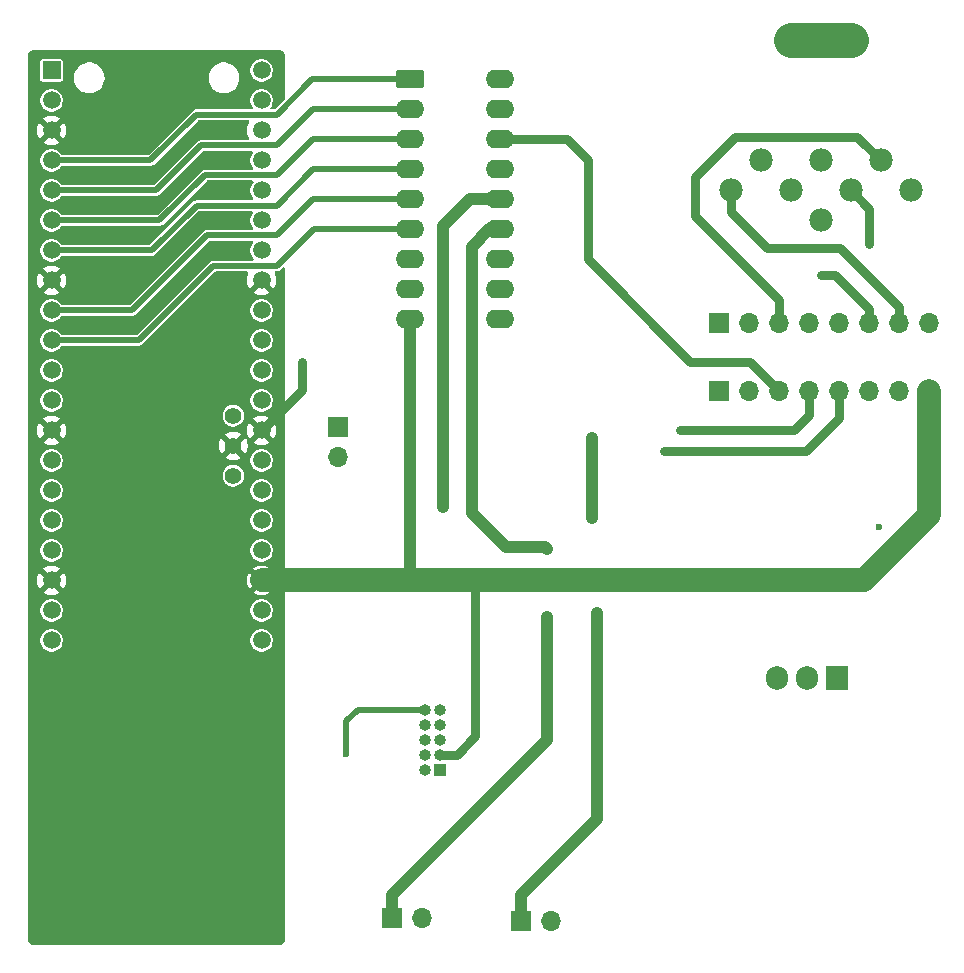
<source format=gbr>
%TF.GenerationSoftware,KiCad,Pcbnew,9.0.0-9.0.0-2~ubuntu24.04.1*%
%TF.CreationDate,2025-03-08T17:31:24+00:00*%
%TF.ProjectId,g5500-net-interface,67353530-302d-46e6-9574-2d696e746572,rev?*%
%TF.SameCoordinates,Original*%
%TF.FileFunction,Copper,L2,Bot*%
%TF.FilePolarity,Positive*%
%FSLAX46Y46*%
G04 Gerber Fmt 4.6, Leading zero omitted, Abs format (unit mm)*
G04 Created by KiCad (PCBNEW 9.0.0-9.0.0-2~ubuntu24.04.1) date 2025-03-08 17:31:24*
%MOMM*%
%LPD*%
G01*
G04 APERTURE LIST*
G04 Aperture macros list*
%AMRoundRect*
0 Rectangle with rounded corners*
0 $1 Rounding radius*
0 $2 $3 $4 $5 $6 $7 $8 $9 X,Y pos of 4 corners*
0 Add a 4 corners polygon primitive as box body*
4,1,4,$2,$3,$4,$5,$6,$7,$8,$9,$2,$3,0*
0 Add four circle primitives for the rounded corners*
1,1,$1+$1,$2,$3*
1,1,$1+$1,$4,$5*
1,1,$1+$1,$6,$7*
1,1,$1+$1,$8,$9*
0 Add four rect primitives between the rounded corners*
20,1,$1+$1,$2,$3,$4,$5,0*
20,1,$1+$1,$4,$5,$6,$7,0*
20,1,$1+$1,$6,$7,$8,$9,0*
20,1,$1+$1,$8,$9,$2,$3,0*%
G04 Aperture macros list end*
%TA.AperFunction,ComponentPad*%
%ADD10R,1.700000X1.700000*%
%TD*%
%TA.AperFunction,ComponentPad*%
%ADD11O,1.700000X1.700000*%
%TD*%
%TA.AperFunction,ComponentPad*%
%ADD12R,1.905000X2.000000*%
%TD*%
%TA.AperFunction,ComponentPad*%
%ADD13O,1.905000X2.000000*%
%TD*%
%TA.AperFunction,ComponentPad*%
%ADD14C,1.981200*%
%TD*%
%TA.AperFunction,ComponentPad*%
%ADD15RoundRect,0.250000X-0.950000X-0.550000X0.950000X-0.550000X0.950000X0.550000X-0.950000X0.550000X0*%
%TD*%
%TA.AperFunction,ComponentPad*%
%ADD16O,2.400000X1.600000*%
%TD*%
%TA.AperFunction,ComponentPad*%
%ADD17C,1.508000*%
%TD*%
%TA.AperFunction,ComponentPad*%
%ADD18R,1.508000X1.508000*%
%TD*%
%TA.AperFunction,ComponentPad*%
%ADD19C,1.422400*%
%TD*%
%TA.AperFunction,ComponentPad*%
%ADD20R,1.000000X1.000000*%
%TD*%
%TA.AperFunction,ComponentPad*%
%ADD21O,1.000000X1.000000*%
%TD*%
%TA.AperFunction,ViaPad*%
%ADD22C,0.600000*%
%TD*%
%TA.AperFunction,Conductor*%
%ADD23C,3.000000*%
%TD*%
%TA.AperFunction,Conductor*%
%ADD24C,0.500000*%
%TD*%
%TA.AperFunction,Conductor*%
%ADD25C,2.000000*%
%TD*%
%TA.AperFunction,Conductor*%
%ADD26C,0.800000*%
%TD*%
%TA.AperFunction,Conductor*%
%ADD27C,1.000000*%
%TD*%
G04 APERTURE END LIST*
D10*
%TO.P,J6,1,Pin_1*%
%TO.N,Net-(J6-Pin_1)*%
X100050000Y-64970000D03*
D11*
%TO.P,J6,2,Pin_2*%
%TO.N,Net-(J6-Pin_2)*%
X102590000Y-64970000D03*
%TO.P,J6,3,Pin_3*%
%TO.N,Net-(J6-Pin_3)*%
X105130000Y-64970000D03*
%TO.P,J6,4,Pin_4*%
%TO.N,Net-(J6-Pin_4)*%
X107670000Y-64970000D03*
%TO.P,J6,5,Pin_5*%
%TO.N,Net-(J6-Pin_5)*%
X110210000Y-64970000D03*
%TO.P,J6,6,Pin_6*%
%TO.N,Net-(J6-Pin_6)*%
X112750000Y-64970000D03*
%TO.P,J6,7,Pin_7*%
%TO.N,Net-(J6-Pin_7)*%
X115290000Y-64970000D03*
%TO.P,J6,8,Pin_8*%
%TO.N,Net-(J6-Pin_8)*%
X117830000Y-64970000D03*
%TD*%
D10*
%TO.P,J5,1,Pin_1*%
%TO.N,/EXT_EL_VRAW*%
X100050000Y-70670000D03*
D11*
%TO.P,J5,2,Pin_2*%
%TO.N,/EXT_AZ_CW*%
X102590000Y-70670000D03*
%TO.P,J5,3,Pin_3*%
%TO.N,/EXT_EL_UP*%
X105130000Y-70670000D03*
%TO.P,J5,4,Pin_4*%
%TO.N,/EXT_AZ_CCW*%
X107670000Y-70670000D03*
%TO.P,J5,5,Pin_5*%
%TO.N,/EXT_EL_DN*%
X110210000Y-70670000D03*
%TO.P,J5,6,Pin_6*%
%TO.N,/EXT_AZ_VRAW*%
X112750000Y-70670000D03*
%TO.P,J5,7,Pin_7*%
%TO.N,VDC*%
X115290000Y-70670000D03*
%TO.P,J5,8,Pin_8*%
%TO.N,GND*%
X117830000Y-70670000D03*
%TD*%
D12*
%TO.P,U3,1,VI*%
%TO.N,+12V*%
X110040000Y-94970000D03*
D13*
%TO.P,U3,2,GND*%
%TO.N,GND*%
X107500000Y-94970000D03*
%TO.P,U3,3,VO*%
%TO.N,Net-(U3-VO)*%
X104960000Y-94970000D03*
%TD*%
D14*
%TO.P,J2,2*%
%TO.N,Net-(J6-Pin_2)*%
X108630000Y-51150000D03*
%TO.P,J2,1*%
%TO.N,Net-(J6-Pin_1)*%
X103550000Y-51150000D03*
%TO.P,J2,3*%
%TO.N,Net-(J6-Pin_3)*%
X113710000Y-51150000D03*
%TO.P,J2,4*%
%TO.N,Net-(J6-Pin_4)*%
X106090000Y-53690000D03*
%TO.P,J2,5*%
%TO.N,Net-(J6-Pin_5)*%
X111170000Y-53690000D03*
%TO.P,J2,8*%
%TO.N,Net-(J6-Pin_8)*%
X116250000Y-53690000D03*
%TO.P,J2,6*%
%TO.N,Net-(J6-Pin_6)*%
X108630000Y-56230000D03*
%TO.P,J2,7*%
%TO.N,Net-(J6-Pin_7)*%
X101010000Y-53690000D03*
%TO.P,J2,PE@*%
%TO.N,N/C*%
X106090000Y-40990000D03*
%TO.P,J2,PE*%
X111170000Y-40990000D03*
%TD*%
D15*
%TO.P,U4,1,I1*%
%TO.N,/AZ_CW*%
X73900000Y-44300000D03*
D16*
%TO.P,U4,2,I2*%
%TO.N,/AZ_CCW*%
X73900000Y-46840000D03*
%TO.P,U4,3,I3*%
%TO.N,/EL_UP*%
X73900000Y-49380000D03*
%TO.P,U4,4,I4*%
%TO.N,/EL_DN*%
X73900000Y-51920000D03*
%TO.P,U4,5,I5*%
%TO.N,/LED_1*%
X73900000Y-54460000D03*
%TO.P,U4,6,I6*%
%TO.N,/LED_2*%
X73900000Y-57000000D03*
%TO.P,U4,7,I7*%
%TO.N,unconnected-(U4-I7-Pad7)*%
X73900000Y-59540000D03*
%TO.P,U4,8,I8*%
%TO.N,unconnected-(U4-I8-Pad8)*%
X73900000Y-62080000D03*
%TO.P,U4,9,GND*%
%TO.N,GND*%
X73900000Y-64620000D03*
%TO.P,U4,10,COM*%
%TO.N,+12V*%
X81520000Y-64620000D03*
%TO.P,U4,11,O8*%
%TO.N,unconnected-(U4-O8-Pad11)*%
X81520000Y-62080000D03*
%TO.P,U4,12,O7*%
%TO.N,unconnected-(U4-O7-Pad12)*%
X81520000Y-59540000D03*
%TO.P,U4,13,O6*%
%TO.N,Net-(J4-Pin_1)*%
X81520000Y-57000000D03*
%TO.P,U4,14,O5*%
%TO.N,Net-(J3-Pin_1)*%
X81520000Y-54460000D03*
%TO.P,U4,15,O4*%
%TO.N,/EXT_EL_DN*%
X81520000Y-51920000D03*
%TO.P,U4,16,O3*%
%TO.N,/EXT_EL_UP*%
X81520000Y-49380000D03*
%TO.P,U4,17,O2*%
%TO.N,/EXT_AZ_CCW*%
X81520000Y-46840000D03*
%TO.P,U4,18,O1*%
%TO.N,/EXT_AZ_CW*%
X81520000Y-44300000D03*
%TD*%
D17*
%TO.P,U1,21,GP16*%
%TO.N,unconnected-(U1-GP16-Pad21)*%
X61300000Y-91800000D03*
%TO.P,U1,20,GP15*%
%TO.N,unconnected-(U1-GP15-Pad20)*%
X43520000Y-91800000D03*
%TO.P,U1,22,GP17*%
%TO.N,unconnected-(U1-GP17-Pad22)*%
X61300000Y-89259970D03*
%TO.P,U1,19,GP14*%
%TO.N,unconnected-(U1-GP14-Pad19)*%
X43520000Y-89259970D03*
%TO.P,U1,23,GND*%
%TO.N,GND*%
X61300000Y-86719970D03*
%TO.P,U1,18,GND*%
X43520000Y-86719970D03*
%TO.P,U1,24,GP18*%
%TO.N,unconnected-(U1-GP18-Pad24)*%
X61300000Y-84179970D03*
%TO.P,U1,17,GP13*%
%TO.N,unconnected-(U1-GP13-Pad17)*%
X43520000Y-84179970D03*
%TO.P,U1,25,GP19*%
%TO.N,unconnected-(U1-GP19-Pad25)*%
X61300000Y-81639970D03*
%TO.P,U1,16,GP12*%
%TO.N,unconnected-(U1-GP12-Pad16)*%
X43520000Y-81639970D03*
%TO.P,U1,26,GP20*%
%TO.N,unconnected-(U1-GP20-Pad26)*%
X61300000Y-79099969D03*
%TO.P,U1,15,GP11*%
%TO.N,unconnected-(U1-GP11-Pad15)*%
X43520000Y-79099969D03*
%TO.P,U1,27,GP21*%
%TO.N,unconnected-(U1-GP21-Pad27)*%
X61300000Y-76559970D03*
%TO.P,U1,14,GP10*%
%TO.N,unconnected-(U1-GP10-Pad14)*%
X43520000Y-76559970D03*
%TO.P,U1,28,GND*%
%TO.N,GND*%
X61300000Y-74019970D03*
%TO.P,U1,13,GND*%
X43520000Y-74019970D03*
%TO.P,U1,29,GP22*%
%TO.N,unconnected-(U1-GP22-Pad29)*%
X61300000Y-71479970D03*
%TO.P,U1,12,GP9*%
%TO.N,unconnected-(U1-GP9-Pad12)*%
X43520000Y-71479970D03*
%TO.P,U1,30,~{RUN}*%
%TO.N,/nRUN*%
X61300000Y-68940000D03*
%TO.P,U1,11,GP8*%
%TO.N,unconnected-(U1-GP8-Pad11)*%
X43520000Y-68940000D03*
%TO.P,U1,31,GP26*%
%TO.N,/AZ_ADC*%
X61300000Y-66400000D03*
%TO.P,U1,10,GP7*%
%TO.N,/LED_2*%
X43520000Y-66400000D03*
%TO.P,U1,32,GP27*%
%TO.N,/EL_ADC*%
X61300000Y-63860000D03*
%TO.P,U1,9,GP6*%
%TO.N,/LED_1*%
X43520000Y-63860000D03*
%TO.P,U1,33,GND*%
%TO.N,GND*%
X61300000Y-61320000D03*
%TO.P,U1,8,GND*%
X43520000Y-61320000D03*
%TO.P,U1,34,GP28*%
%TO.N,unconnected-(U1-GP28-Pad34)*%
X61300000Y-58780000D03*
%TO.P,U1,7,GP5*%
%TO.N,/EL_DN*%
X43520000Y-58780000D03*
%TO.P,U1,35,ADC_VREF*%
%TO.N,Net-(U1-ADC_VREF)*%
X61300000Y-56240000D03*
%TO.P,U1,6,GP4*%
%TO.N,/EL_UP*%
X43520000Y-56240000D03*
%TO.P,U1,36,3V3*%
%TO.N,+3.3V*%
X61300000Y-53700000D03*
%TO.P,U1,5,GP3*%
%TO.N,/AZ_CCW*%
X43520000Y-53700000D03*
%TO.P,U1,37,3V3_EN*%
%TO.N,unconnected-(U1-3V3_EN-Pad37)*%
X61300000Y-51160000D03*
%TO.P,U1,4,GP2*%
%TO.N,/AZ_CW*%
X43520000Y-51160000D03*
%TO.P,U1,38,GND*%
%TO.N,GND*%
X61300000Y-48620000D03*
%TO.P,U1,3,GND*%
X43520000Y-48620000D03*
%TO.P,U1,39,VSYS*%
%TO.N,+5V*%
X61300000Y-46080000D03*
%TO.P,U1,2,GP1*%
%TO.N,unconnected-(U1-GP1-Pad2)*%
X43520000Y-46080000D03*
%TO.P,U1,40,VBUS*%
%TO.N,unconnected-(U1-VBUS-Pad40)*%
X61300000Y-43540000D03*
D18*
%TO.P,U1,1,GP0*%
%TO.N,unconnected-(U1-GP0-Pad1)*%
X43520000Y-43540000D03*
D19*
%TO.P,U1,41,SWCLK*%
%TO.N,/SWDCLK*%
X58910120Y-77870100D03*
%TO.P,U1,42,GND*%
%TO.N,GND*%
X58910120Y-75330100D03*
%TO.P,U1,43,SWDIO*%
%TO.N,/SWDIO*%
X58910120Y-72790100D03*
%TD*%
D10*
%TO.P,J4,1,Pin_1*%
%TO.N,Net-(J4-Pin_1)*%
X72335000Y-115300000D03*
D11*
%TO.P,J4,2,Pin_2*%
%TO.N,Net-(J4-Pin_2)*%
X74875000Y-115300000D03*
%TD*%
D10*
%TO.P,J3,1,Pin_1*%
%TO.N,Net-(J3-Pin_1)*%
X83235000Y-115600000D03*
D11*
%TO.P,J3,2,Pin_2*%
%TO.N,Net-(J3-Pin_2)*%
X85775000Y-115600000D03*
%TD*%
D10*
%TO.P,J1,1,Pin_1*%
%TO.N,/nRUN*%
X67800000Y-73735000D03*
D11*
%TO.P,J1,2,Pin_2*%
%TO.N,GND*%
X67800000Y-76275000D03*
%TD*%
D20*
%TO.P,J7,1,Pin_1*%
%TO.N,+3.3V*%
X76450000Y-102740000D03*
D21*
%TO.P,J7,2,Pin_2*%
%TO.N,/SWDIO*%
X75180000Y-102740000D03*
%TO.P,J7,3,Pin_3*%
%TO.N,GND*%
X76450000Y-101470000D03*
%TO.P,J7,4,Pin_4*%
%TO.N,/SWDCLK*%
X75180000Y-101470000D03*
%TO.P,J7,5,Pin_5*%
%TO.N,GND*%
X76450000Y-100200000D03*
%TO.P,J7,6,Pin_6*%
%TO.N,unconnected-(J7-Pin_6-Pad6)*%
X75180000Y-100200000D03*
%TO.P,J7,7,Pin_7*%
%TO.N,unconnected-(J7-Pin_7-Pad7)*%
X76450000Y-98930000D03*
%TO.P,J7,8,Pin_8*%
%TO.N,unconnected-(J7-Pin_8-Pad8)*%
X75180000Y-98930000D03*
%TO.P,J7,9,Pin_9*%
%TO.N,unconnected-(J7-Pin_9-Pad9)*%
X76450000Y-97660000D03*
%TO.P,J7,10,Pin_10*%
%TO.N,/nRUN*%
X75180000Y-97660000D03*
%TD*%
D22*
%TO.N,/nRUN*%
X68450000Y-101400000D03*
%TO.N,Net-(J3-Pin_1)*%
X76700000Y-80500000D03*
X89700000Y-89500000D03*
%TO.N,Net-(J4-Pin_1)*%
X85500000Y-84100000D03*
X85500000Y-89800000D03*
%TO.N,+12V*%
X89300000Y-81400000D03*
X89300000Y-74700000D03*
%TO.N,/EXT_EL_DN*%
X95400000Y-75800000D03*
%TO.N,/EXT_AZ_CCW*%
X96700000Y-74000000D03*
%TO.N,GND*%
X64700000Y-68200000D03*
%TO.N,VDC*%
X113575000Y-82190000D03*
%TO.N,Net-(J6-Pin_6)*%
X108630000Y-60850000D03*
%TO.N,Net-(J6-Pin_5)*%
X112750000Y-58270000D03*
%TD*%
D23*
%TO.N,*%
X106090000Y-40990000D02*
X111170000Y-40990000D01*
D24*
%TO.N,/nRUN*%
X68450000Y-101400000D02*
X68450000Y-98650000D01*
X68450000Y-98650000D02*
X69440000Y-97660000D01*
X69440000Y-97660000D02*
X75180000Y-97660000D01*
D25*
%TO.N,GND*%
X112280030Y-86719970D02*
X79400000Y-86719970D01*
D26*
X76450000Y-101470000D02*
X77830000Y-101470000D01*
X77830000Y-101470000D02*
X79400000Y-99900000D01*
X79400000Y-99900000D02*
X79400000Y-86719970D01*
D25*
X72350000Y-86719970D02*
X61300000Y-86719970D01*
D24*
%TO.N,/AZ_CW*%
X43520000Y-51160000D02*
X51890000Y-51160000D01*
X51890000Y-51160000D02*
X55750000Y-47300000D01*
X55750000Y-47300000D02*
X62600000Y-47300000D01*
X62600000Y-47300000D02*
X65600000Y-44300000D01*
X65600000Y-44300000D02*
X73900000Y-44300000D01*
D27*
%TO.N,+12V*%
X89300000Y-74700000D02*
X89300000Y-81400000D01*
%TO.N,Net-(J4-Pin_1)*%
X85500000Y-84100000D02*
X85300000Y-83900000D01*
X79100000Y-81000000D02*
X79100000Y-58500000D01*
X85300000Y-83900000D02*
X82000000Y-83900000D01*
X82000000Y-83900000D02*
X79100000Y-81000000D01*
X79100000Y-58500000D02*
X80600000Y-57000000D01*
X80600000Y-57000000D02*
X81520000Y-57000000D01*
%TO.N,Net-(J3-Pin_1)*%
X89700000Y-89500000D02*
X89700000Y-106900000D01*
X89700000Y-106900000D02*
X83235000Y-113365000D01*
X83235000Y-113365000D02*
X83235000Y-115600000D01*
%TO.N,Net-(J4-Pin_1)*%
X85500000Y-89800000D02*
X85500000Y-100200000D01*
X85500000Y-100200000D02*
X72335000Y-113365000D01*
X72335000Y-113365000D02*
X72335000Y-115300000D01*
%TO.N,Net-(J3-Pin_1)*%
X81520000Y-54460000D02*
X78940000Y-54460000D01*
X78940000Y-54460000D02*
X76700000Y-56700000D01*
X76700000Y-56700000D02*
X76700000Y-80500000D01*
D26*
%TO.N,/EXT_EL_DN*%
X110210000Y-70670000D02*
X110210000Y-72990000D01*
X110210000Y-72990000D02*
X107400000Y-75800000D01*
X107400000Y-75800000D02*
X95400000Y-75800000D01*
%TO.N,/EXT_EL_UP*%
X81520000Y-49380000D02*
X87180000Y-49380000D01*
X87180000Y-49380000D02*
X88900000Y-51100000D01*
X88900000Y-51100000D02*
X88900000Y-59500000D01*
X88900000Y-59500000D02*
X97600000Y-68200000D01*
X97600000Y-68200000D02*
X102660000Y-68200000D01*
X102660000Y-68200000D02*
X105130000Y-70670000D01*
%TO.N,/EXT_AZ_CCW*%
X96700000Y-74000000D02*
X106400000Y-74000000D01*
X106400000Y-74000000D02*
X107670000Y-72730000D01*
X107670000Y-72730000D02*
X107670000Y-70670000D01*
D27*
%TO.N,GND*%
X73900000Y-64620000D02*
X73900000Y-86519970D01*
X73900000Y-86519970D02*
X74100000Y-86719970D01*
X74100000Y-86719970D02*
X76900000Y-86719970D01*
D24*
%TO.N,/LED_1*%
X56700000Y-57500000D02*
X62600000Y-57500000D01*
X50340000Y-63860000D02*
X56700000Y-57500000D01*
%TO.N,/EL_DN*%
X62600000Y-55000000D02*
X65680000Y-51920000D01*
X52020000Y-58780000D02*
X55800000Y-55000000D01*
%TO.N,/EL_UP*%
X62600000Y-52400000D02*
X65620000Y-49380000D01*
X43520000Y-56240000D02*
X52660000Y-56240000D01*
%TO.N,/AZ_CCW*%
X65660000Y-46840000D02*
X73900000Y-46840000D01*
%TO.N,/EL_UP*%
X52660000Y-56240000D02*
X56500000Y-52400000D01*
%TO.N,/AZ_CCW*%
X52400000Y-53700000D02*
X56200000Y-49900000D01*
%TO.N,/LED_2*%
X62600000Y-60100000D02*
X65700000Y-57000000D01*
%TO.N,/EL_DN*%
X55800000Y-55000000D02*
X62600000Y-55000000D01*
X65680000Y-51920000D02*
X73900000Y-51920000D01*
%TO.N,/LED_1*%
X65640000Y-54460000D02*
X73900000Y-54460000D01*
%TO.N,/AZ_CCW*%
X62600000Y-49900000D02*
X65660000Y-46840000D01*
%TO.N,/EL_UP*%
X56500000Y-52400000D02*
X62600000Y-52400000D01*
%TO.N,/EL_DN*%
X43520000Y-58780000D02*
X52020000Y-58780000D01*
%TO.N,/LED_1*%
X43520000Y-63860000D02*
X50340000Y-63860000D01*
%TO.N,/AZ_CCW*%
X56200000Y-49900000D02*
X62600000Y-49900000D01*
%TO.N,/LED_1*%
X62600000Y-57500000D02*
X65640000Y-54460000D01*
%TO.N,/AZ_CCW*%
X43520000Y-53700000D02*
X52400000Y-53700000D01*
%TO.N,/EL_UP*%
X65620000Y-49380000D02*
X73900000Y-49380000D01*
%TO.N,/LED_2*%
X65700000Y-57000000D02*
X73900000Y-57000000D01*
X43520000Y-66400000D02*
X50900000Y-66400000D01*
X50900000Y-66400000D02*
X57200000Y-60100000D01*
X57200000Y-60100000D02*
X62600000Y-60100000D01*
D25*
%TO.N,GND*%
X79400000Y-86719970D02*
X76900000Y-86719970D01*
X117830000Y-70670000D02*
X117830000Y-81170000D01*
X117830000Y-81170000D02*
X112280030Y-86719970D01*
X76900000Y-86719970D02*
X72350000Y-86719970D01*
D26*
X64700000Y-70619970D02*
X64700000Y-68200000D01*
X61300000Y-74019970D02*
X64700000Y-70619970D01*
%TO.N,Net-(J6-Pin_3)*%
X113710000Y-51150000D02*
X111730000Y-49170000D01*
X111730000Y-49170000D02*
X101390000Y-49170000D01*
X97990000Y-52570000D02*
X97990000Y-55870000D01*
X101390000Y-49170000D02*
X97990000Y-52570000D01*
X97990000Y-55870000D02*
X105130000Y-63010000D01*
X105130000Y-63010000D02*
X105130000Y-64970000D01*
%TO.N,Net-(J6-Pin_7)*%
X115290000Y-64970000D02*
X115290000Y-63570000D01*
X115290000Y-63570000D02*
X110290000Y-58570000D01*
X104090000Y-58570000D02*
X101010000Y-55490000D01*
X110290000Y-58570000D02*
X104090000Y-58570000D01*
X101010000Y-55490000D02*
X101010000Y-53690000D01*
%TO.N,Net-(J6-Pin_6)*%
X112750000Y-64970000D02*
X112750000Y-63730000D01*
X112750000Y-63730000D02*
X109870000Y-60850000D01*
X109870000Y-60850000D02*
X108630000Y-60850000D01*
%TO.N,Net-(J6-Pin_5)*%
X112750000Y-58270000D02*
X112750000Y-55270000D01*
X112750000Y-55270000D02*
X111170000Y-53690000D01*
%TD*%
%TA.AperFunction,Conductor*%
%TO.N,GND*%
G36*
X62808059Y-41801061D02*
G01*
X62913223Y-41814906D01*
X62944491Y-41823284D01*
X63034918Y-41860740D01*
X63062952Y-41876925D01*
X63140602Y-41936509D01*
X63163491Y-41959398D01*
X63223074Y-42037048D01*
X63239259Y-42065081D01*
X63276715Y-42155508D01*
X63285093Y-42186775D01*
X63298939Y-42291939D01*
X63300000Y-42308125D01*
X63300000Y-45911534D01*
X63280315Y-45978573D01*
X63263681Y-45999215D01*
X62449716Y-46813181D01*
X62422788Y-46827884D01*
X62396970Y-46844477D01*
X62390769Y-46845368D01*
X62388393Y-46846666D01*
X62362035Y-46849500D01*
X62165791Y-46849500D01*
X62098752Y-46829815D01*
X62052997Y-46777011D01*
X62043053Y-46707853D01*
X62062689Y-46656609D01*
X62068599Y-46647763D01*
X62145867Y-46532125D01*
X62217819Y-46358417D01*
X62254500Y-46174010D01*
X62254500Y-45985990D01*
X62254500Y-45985987D01*
X62254499Y-45985985D01*
X62217820Y-45801590D01*
X62217819Y-45801583D01*
X62217817Y-45801578D01*
X62145870Y-45627881D01*
X62145863Y-45627868D01*
X62041408Y-45471542D01*
X62041405Y-45471538D01*
X61908461Y-45338594D01*
X61908457Y-45338591D01*
X61752131Y-45234136D01*
X61752118Y-45234129D01*
X61578421Y-45162182D01*
X61578409Y-45162179D01*
X61394013Y-45125500D01*
X61394010Y-45125500D01*
X61205990Y-45125500D01*
X61205987Y-45125500D01*
X61021590Y-45162179D01*
X61021578Y-45162182D01*
X60847881Y-45234129D01*
X60847868Y-45234136D01*
X60691542Y-45338591D01*
X60691538Y-45338594D01*
X60558594Y-45471538D01*
X60558591Y-45471542D01*
X60454136Y-45627868D01*
X60454129Y-45627881D01*
X60382182Y-45801578D01*
X60382179Y-45801590D01*
X60345500Y-45985985D01*
X60345500Y-46174014D01*
X60382179Y-46358409D01*
X60382182Y-46358421D01*
X60454129Y-46532118D01*
X60454136Y-46532130D01*
X60537311Y-46656609D01*
X60558189Y-46723286D01*
X60539705Y-46790666D01*
X60487726Y-46837357D01*
X60434209Y-46849500D01*
X55690691Y-46849500D01*
X55610151Y-46871080D01*
X55576109Y-46880202D01*
X55576108Y-46880203D01*
X55543019Y-46899308D01*
X55543018Y-46899309D01*
X55473386Y-46939511D01*
X55473383Y-46939513D01*
X51739716Y-50673181D01*
X51678393Y-50706666D01*
X51652035Y-50709500D01*
X44433232Y-50709500D01*
X44366193Y-50689815D01*
X44330130Y-50654391D01*
X44261408Y-50551542D01*
X44261405Y-50551538D01*
X44128461Y-50418594D01*
X44128457Y-50418591D01*
X43972131Y-50314136D01*
X43972118Y-50314129D01*
X43798421Y-50242182D01*
X43798409Y-50242179D01*
X43614013Y-50205500D01*
X43614010Y-50205500D01*
X43425990Y-50205500D01*
X43425987Y-50205500D01*
X43241590Y-50242179D01*
X43241578Y-50242182D01*
X43067881Y-50314129D01*
X43067868Y-50314136D01*
X42911542Y-50418591D01*
X42911538Y-50418594D01*
X42778594Y-50551538D01*
X42778591Y-50551542D01*
X42674136Y-50707868D01*
X42674129Y-50707881D01*
X42602182Y-50881578D01*
X42602179Y-50881590D01*
X42565500Y-51065985D01*
X42565500Y-51254014D01*
X42602179Y-51438409D01*
X42602182Y-51438421D01*
X42674129Y-51612118D01*
X42674136Y-51612131D01*
X42778591Y-51768457D01*
X42778594Y-51768461D01*
X42911538Y-51901405D01*
X42911542Y-51901408D01*
X43067868Y-52005863D01*
X43067881Y-52005870D01*
X43241578Y-52077817D01*
X43241583Y-52077819D01*
X43425985Y-52114499D01*
X43425988Y-52114500D01*
X43425990Y-52114500D01*
X43614012Y-52114500D01*
X43614013Y-52114499D01*
X43798417Y-52077819D01*
X43972125Y-52005867D01*
X44128458Y-51901408D01*
X44261408Y-51768458D01*
X44330130Y-51665609D01*
X44383742Y-51620804D01*
X44433232Y-51610500D01*
X51949308Y-51610500D01*
X51949309Y-51610500D01*
X52039673Y-51586286D01*
X52063887Y-51579799D01*
X52166614Y-51520489D01*
X55900284Y-47786819D01*
X55961607Y-47753334D01*
X55987965Y-47750500D01*
X60138336Y-47750500D01*
X60205375Y-47770185D01*
X60251130Y-47822989D01*
X60261074Y-47892147D01*
X60238653Y-47947387D01*
X60227483Y-47962759D01*
X60137873Y-48138626D01*
X60076876Y-48326353D01*
X60046000Y-48521302D01*
X60046000Y-48718697D01*
X60076876Y-48913646D01*
X60137874Y-49101375D01*
X60223389Y-49269204D01*
X60236286Y-49337874D01*
X60210010Y-49402614D01*
X60152904Y-49442872D01*
X60112905Y-49449500D01*
X56140691Y-49449500D01*
X56071944Y-49467920D01*
X56026112Y-49480201D01*
X56026107Y-49480204D01*
X55923393Y-49539505D01*
X55923385Y-49539511D01*
X52249716Y-53213181D01*
X52188393Y-53246666D01*
X52162035Y-53249500D01*
X44433232Y-53249500D01*
X44366193Y-53229815D01*
X44330130Y-53194391D01*
X44261408Y-53091542D01*
X44261405Y-53091538D01*
X44128461Y-52958594D01*
X44128457Y-52958591D01*
X43972131Y-52854136D01*
X43972118Y-52854129D01*
X43798421Y-52782182D01*
X43798409Y-52782179D01*
X43614013Y-52745500D01*
X43614010Y-52745500D01*
X43425990Y-52745500D01*
X43425987Y-52745500D01*
X43241590Y-52782179D01*
X43241578Y-52782182D01*
X43067881Y-52854129D01*
X43067868Y-52854136D01*
X42911542Y-52958591D01*
X42911538Y-52958594D01*
X42778594Y-53091538D01*
X42778591Y-53091542D01*
X42674136Y-53247868D01*
X42674129Y-53247881D01*
X42602182Y-53421578D01*
X42602179Y-53421590D01*
X42565500Y-53605985D01*
X42565500Y-53794014D01*
X42602179Y-53978409D01*
X42602182Y-53978421D01*
X42674129Y-54152118D01*
X42674136Y-54152131D01*
X42778591Y-54308457D01*
X42778594Y-54308461D01*
X42911538Y-54441405D01*
X42911542Y-54441408D01*
X43067868Y-54545863D01*
X43067881Y-54545870D01*
X43241578Y-54617817D01*
X43241583Y-54617819D01*
X43350636Y-54639511D01*
X43425985Y-54654499D01*
X43425988Y-54654500D01*
X43425990Y-54654500D01*
X43614012Y-54654500D01*
X43614013Y-54654499D01*
X43798417Y-54617819D01*
X43972125Y-54545867D01*
X44128458Y-54441408D01*
X44261408Y-54308458D01*
X44330130Y-54205609D01*
X44383742Y-54160804D01*
X44433232Y-54150500D01*
X52459308Y-54150500D01*
X52459309Y-54150500D01*
X52549673Y-54126286D01*
X52573887Y-54119799D01*
X52676614Y-54060489D01*
X56350284Y-50386819D01*
X56411607Y-50353334D01*
X56437965Y-50350500D01*
X60461407Y-50350500D01*
X60528446Y-50370185D01*
X60574201Y-50422989D01*
X60584145Y-50492147D01*
X60560607Y-50545562D01*
X60561976Y-50546477D01*
X60454136Y-50707868D01*
X60454129Y-50707881D01*
X60382182Y-50881578D01*
X60382179Y-50881590D01*
X60345500Y-51065985D01*
X60345500Y-51254014D01*
X60382179Y-51438409D01*
X60382182Y-51438421D01*
X60454129Y-51612118D01*
X60454136Y-51612131D01*
X60550674Y-51756609D01*
X60571552Y-51823286D01*
X60553068Y-51890667D01*
X60501089Y-51937357D01*
X60447572Y-51949500D01*
X56440691Y-51949500D01*
X56350325Y-51973713D01*
X56350324Y-51973712D01*
X56326116Y-51980199D01*
X56326113Y-51980200D01*
X56223386Y-52039511D01*
X56223383Y-52039513D01*
X52509716Y-55753181D01*
X52448393Y-55786666D01*
X52422035Y-55789500D01*
X44433232Y-55789500D01*
X44366193Y-55769815D01*
X44330130Y-55734391D01*
X44261408Y-55631542D01*
X44261405Y-55631538D01*
X44128461Y-55498594D01*
X44128457Y-55498591D01*
X43972131Y-55394136D01*
X43972118Y-55394129D01*
X43798421Y-55322182D01*
X43798409Y-55322179D01*
X43614013Y-55285500D01*
X43614010Y-55285500D01*
X43425990Y-55285500D01*
X43425987Y-55285500D01*
X43241590Y-55322179D01*
X43241578Y-55322182D01*
X43067881Y-55394129D01*
X43067868Y-55394136D01*
X42911542Y-55498591D01*
X42911538Y-55498594D01*
X42778594Y-55631538D01*
X42778591Y-55631542D01*
X42674136Y-55787868D01*
X42674129Y-55787881D01*
X42602182Y-55961578D01*
X42602179Y-55961590D01*
X42565500Y-56145985D01*
X42565500Y-56334014D01*
X42602179Y-56518409D01*
X42602182Y-56518421D01*
X42674129Y-56692118D01*
X42674136Y-56692131D01*
X42778591Y-56848457D01*
X42778594Y-56848461D01*
X42911538Y-56981405D01*
X42911542Y-56981408D01*
X43067868Y-57085863D01*
X43067881Y-57085870D01*
X43197383Y-57139511D01*
X43241583Y-57157819D01*
X43425985Y-57194499D01*
X43425988Y-57194500D01*
X43425990Y-57194500D01*
X43614012Y-57194500D01*
X43614013Y-57194499D01*
X43798417Y-57157819D01*
X43972125Y-57085867D01*
X44128458Y-56981408D01*
X44261408Y-56848458D01*
X44330130Y-56745609D01*
X44383742Y-56700804D01*
X44433232Y-56690500D01*
X52719308Y-56690500D01*
X52719309Y-56690500D01*
X52809673Y-56666286D01*
X52833887Y-56659799D01*
X52936614Y-56600489D01*
X56650284Y-52886819D01*
X56711607Y-52853334D01*
X56737965Y-52850500D01*
X60500271Y-52850500D01*
X60567310Y-52870185D01*
X60613065Y-52922989D01*
X60623009Y-52992147D01*
X60593984Y-53055703D01*
X60587952Y-53062181D01*
X60558594Y-53091538D01*
X60558591Y-53091542D01*
X60454136Y-53247868D01*
X60454129Y-53247881D01*
X60382182Y-53421578D01*
X60382179Y-53421590D01*
X60345500Y-53605985D01*
X60345500Y-53794014D01*
X60382179Y-53978409D01*
X60382182Y-53978421D01*
X60454129Y-54152118D01*
X60454136Y-54152131D01*
X60558591Y-54308457D01*
X60558594Y-54308461D01*
X60587952Y-54337819D01*
X60621437Y-54399142D01*
X60616453Y-54468834D01*
X60574581Y-54524767D01*
X60509117Y-54549184D01*
X60500271Y-54549500D01*
X55740691Y-54549500D01*
X55650325Y-54573713D01*
X55650324Y-54573712D01*
X55626116Y-54580199D01*
X55626113Y-54580200D01*
X55523386Y-54639511D01*
X55523383Y-54639513D01*
X51869716Y-58293181D01*
X51808393Y-58326666D01*
X51782035Y-58329500D01*
X44433232Y-58329500D01*
X44366193Y-58309815D01*
X44330130Y-58274391D01*
X44261408Y-58171542D01*
X44261405Y-58171538D01*
X44128461Y-58038594D01*
X44128457Y-58038591D01*
X43972131Y-57934136D01*
X43972118Y-57934129D01*
X43798421Y-57862182D01*
X43798409Y-57862179D01*
X43614013Y-57825500D01*
X43614010Y-57825500D01*
X43425990Y-57825500D01*
X43425987Y-57825500D01*
X43241590Y-57862179D01*
X43241578Y-57862182D01*
X43067881Y-57934129D01*
X43067868Y-57934136D01*
X42911542Y-58038591D01*
X42911538Y-58038594D01*
X42778594Y-58171538D01*
X42778591Y-58171542D01*
X42674136Y-58327868D01*
X42674129Y-58327881D01*
X42602182Y-58501578D01*
X42602179Y-58501590D01*
X42565500Y-58685985D01*
X42565500Y-58874014D01*
X42602179Y-59058409D01*
X42602182Y-59058421D01*
X42674129Y-59232118D01*
X42674136Y-59232131D01*
X42778591Y-59388457D01*
X42778594Y-59388461D01*
X42911538Y-59521405D01*
X42911542Y-59521408D01*
X43067868Y-59625863D01*
X43067881Y-59625870D01*
X43241578Y-59697817D01*
X43241583Y-59697819D01*
X43425985Y-59734499D01*
X43425988Y-59734500D01*
X43425990Y-59734500D01*
X43614012Y-59734500D01*
X43614013Y-59734499D01*
X43798417Y-59697819D01*
X43972125Y-59625867D01*
X44128458Y-59521408D01*
X44261408Y-59388458D01*
X44330130Y-59285609D01*
X44383742Y-59240804D01*
X44433232Y-59230500D01*
X52079308Y-59230500D01*
X52079309Y-59230500D01*
X52169673Y-59206286D01*
X52193887Y-59199799D01*
X52296614Y-59140489D01*
X55950284Y-55486819D01*
X56011607Y-55453334D01*
X56037965Y-55450500D01*
X60447572Y-55450500D01*
X60514611Y-55470185D01*
X60560366Y-55522989D01*
X60570310Y-55592147D01*
X60550674Y-55643391D01*
X60454136Y-55787868D01*
X60454129Y-55787881D01*
X60382182Y-55961578D01*
X60382179Y-55961590D01*
X60345500Y-56145985D01*
X60345500Y-56334014D01*
X60382179Y-56518409D01*
X60382182Y-56518421D01*
X60454129Y-56692118D01*
X60454136Y-56692131D01*
X60561976Y-56853523D01*
X60560513Y-56854500D01*
X60584572Y-56911136D01*
X60572786Y-56980004D01*
X60525638Y-57031568D01*
X60461407Y-57049500D01*
X56640691Y-57049500D01*
X56550325Y-57073713D01*
X56550324Y-57073712D01*
X56526116Y-57080199D01*
X56526113Y-57080200D01*
X56423386Y-57139511D01*
X56423383Y-57139513D01*
X50189716Y-63373181D01*
X50128393Y-63406666D01*
X50102035Y-63409500D01*
X44433232Y-63409500D01*
X44366193Y-63389815D01*
X44330130Y-63354391D01*
X44261408Y-63251542D01*
X44261405Y-63251538D01*
X44128461Y-63118594D01*
X44128457Y-63118591D01*
X43972131Y-63014136D01*
X43972118Y-63014129D01*
X43798421Y-62942182D01*
X43798409Y-62942179D01*
X43614013Y-62905500D01*
X43614010Y-62905500D01*
X43425990Y-62905500D01*
X43425987Y-62905500D01*
X43241590Y-62942179D01*
X43241578Y-62942182D01*
X43067881Y-63014129D01*
X43067868Y-63014136D01*
X42911542Y-63118591D01*
X42911538Y-63118594D01*
X42778594Y-63251538D01*
X42778591Y-63251542D01*
X42674136Y-63407868D01*
X42674129Y-63407881D01*
X42602182Y-63581578D01*
X42602179Y-63581590D01*
X42565500Y-63765985D01*
X42565500Y-63954014D01*
X42602179Y-64138409D01*
X42602182Y-64138421D01*
X42674129Y-64312118D01*
X42674136Y-64312131D01*
X42778591Y-64468457D01*
X42778594Y-64468461D01*
X42911538Y-64601405D01*
X42911542Y-64601408D01*
X43067868Y-64705863D01*
X43067881Y-64705870D01*
X43241578Y-64777817D01*
X43241583Y-64777819D01*
X43425985Y-64814499D01*
X43425988Y-64814500D01*
X43425990Y-64814500D01*
X43614012Y-64814500D01*
X43614013Y-64814499D01*
X43798417Y-64777819D01*
X43972125Y-64705867D01*
X44128458Y-64601408D01*
X44261408Y-64468458D01*
X44330130Y-64365609D01*
X44383742Y-64320804D01*
X44433232Y-64310500D01*
X50399308Y-64310500D01*
X50399309Y-64310500D01*
X50489673Y-64286286D01*
X50513887Y-64279799D01*
X50616614Y-64220489D01*
X56850284Y-57986819D01*
X56911607Y-57953334D01*
X56937965Y-57950500D01*
X60480271Y-57950500D01*
X60547310Y-57970185D01*
X60593065Y-58022989D01*
X60603009Y-58092147D01*
X60573984Y-58155703D01*
X60567952Y-58162181D01*
X60558594Y-58171538D01*
X60558591Y-58171542D01*
X60454136Y-58327868D01*
X60454129Y-58327881D01*
X60382182Y-58501578D01*
X60382179Y-58501590D01*
X60345500Y-58685985D01*
X60345500Y-58874014D01*
X60382179Y-59058409D01*
X60382182Y-59058421D01*
X60454129Y-59232118D01*
X60454136Y-59232131D01*
X60558591Y-59388457D01*
X60558594Y-59388461D01*
X60607952Y-59437819D01*
X60641437Y-59499142D01*
X60636453Y-59568834D01*
X60594581Y-59624767D01*
X60529117Y-59649184D01*
X60520271Y-59649500D01*
X57140691Y-59649500D01*
X57026114Y-59680201D01*
X57026113Y-59680201D01*
X57026111Y-59680202D01*
X57000923Y-59694744D01*
X56995603Y-59697817D01*
X56995601Y-59697818D01*
X56995598Y-59697819D01*
X56923392Y-59739506D01*
X56923384Y-59739512D01*
X50749716Y-65913181D01*
X50688393Y-65946666D01*
X50662035Y-65949500D01*
X44433232Y-65949500D01*
X44366193Y-65929815D01*
X44330130Y-65894391D01*
X44261408Y-65791542D01*
X44261405Y-65791538D01*
X44128461Y-65658594D01*
X44128457Y-65658591D01*
X43972131Y-65554136D01*
X43972118Y-65554129D01*
X43798421Y-65482182D01*
X43798409Y-65482179D01*
X43614013Y-65445500D01*
X43614010Y-65445500D01*
X43425990Y-65445500D01*
X43425987Y-65445500D01*
X43241590Y-65482179D01*
X43241578Y-65482182D01*
X43067881Y-65554129D01*
X43067868Y-65554136D01*
X42911542Y-65658591D01*
X42911538Y-65658594D01*
X42778594Y-65791538D01*
X42778591Y-65791542D01*
X42674136Y-65947868D01*
X42674129Y-65947881D01*
X42602182Y-66121578D01*
X42602179Y-66121590D01*
X42565500Y-66305985D01*
X42565500Y-66494014D01*
X42602179Y-66678409D01*
X42602182Y-66678421D01*
X42674129Y-66852118D01*
X42674136Y-66852131D01*
X42778591Y-67008457D01*
X42778594Y-67008461D01*
X42911538Y-67141405D01*
X42911542Y-67141408D01*
X43067868Y-67245863D01*
X43067881Y-67245870D01*
X43241578Y-67317817D01*
X43241583Y-67317819D01*
X43425985Y-67354499D01*
X43425988Y-67354500D01*
X43425990Y-67354500D01*
X43614012Y-67354500D01*
X43614013Y-67354499D01*
X43798417Y-67317819D01*
X43972125Y-67245867D01*
X44128458Y-67141408D01*
X44261408Y-67008458D01*
X44330130Y-66905609D01*
X44383742Y-66860804D01*
X44433232Y-66850500D01*
X50959308Y-66850500D01*
X50959309Y-66850500D01*
X51049673Y-66826286D01*
X51073887Y-66819799D01*
X51176614Y-66760489D01*
X51631118Y-66305985D01*
X60345500Y-66305985D01*
X60345500Y-66494014D01*
X60382179Y-66678409D01*
X60382182Y-66678421D01*
X60454129Y-66852118D01*
X60454136Y-66852131D01*
X60558591Y-67008457D01*
X60558594Y-67008461D01*
X60691538Y-67141405D01*
X60691542Y-67141408D01*
X60847868Y-67245863D01*
X60847881Y-67245870D01*
X61021578Y-67317817D01*
X61021583Y-67317819D01*
X61205985Y-67354499D01*
X61205988Y-67354500D01*
X61205990Y-67354500D01*
X61394012Y-67354500D01*
X61394013Y-67354499D01*
X61578417Y-67317819D01*
X61752125Y-67245867D01*
X61908458Y-67141408D01*
X62041408Y-67008458D01*
X62145867Y-66852125D01*
X62217819Y-66678417D01*
X62254500Y-66494010D01*
X62254500Y-66305990D01*
X62254500Y-66305987D01*
X62254499Y-66305985D01*
X62217820Y-66121590D01*
X62217819Y-66121583D01*
X62217817Y-66121578D01*
X62145870Y-65947881D01*
X62145863Y-65947868D01*
X62041408Y-65791542D01*
X62041405Y-65791538D01*
X61908461Y-65658594D01*
X61908457Y-65658591D01*
X61752131Y-65554136D01*
X61752118Y-65554129D01*
X61578421Y-65482182D01*
X61578409Y-65482179D01*
X61394013Y-65445500D01*
X61394010Y-65445500D01*
X61205990Y-65445500D01*
X61205987Y-65445500D01*
X61021590Y-65482179D01*
X61021578Y-65482182D01*
X60847881Y-65554129D01*
X60847868Y-65554136D01*
X60691542Y-65658591D01*
X60691538Y-65658594D01*
X60558594Y-65791538D01*
X60558591Y-65791542D01*
X60454136Y-65947868D01*
X60454129Y-65947881D01*
X60382182Y-66121578D01*
X60382179Y-66121590D01*
X60345500Y-66305985D01*
X51631118Y-66305985D01*
X54171118Y-63765985D01*
X60345500Y-63765985D01*
X60345500Y-63954014D01*
X60382179Y-64138409D01*
X60382182Y-64138421D01*
X60454129Y-64312118D01*
X60454136Y-64312131D01*
X60558591Y-64468457D01*
X60558594Y-64468461D01*
X60691538Y-64601405D01*
X60691542Y-64601408D01*
X60847868Y-64705863D01*
X60847881Y-64705870D01*
X61021578Y-64777817D01*
X61021583Y-64777819D01*
X61205985Y-64814499D01*
X61205988Y-64814500D01*
X61205990Y-64814500D01*
X61394012Y-64814500D01*
X61394013Y-64814499D01*
X61578417Y-64777819D01*
X61752125Y-64705867D01*
X61908458Y-64601408D01*
X62041408Y-64468458D01*
X62145867Y-64312125D01*
X62217819Y-64138417D01*
X62254500Y-63954010D01*
X62254500Y-63765990D01*
X62254500Y-63765987D01*
X62254499Y-63765985D01*
X62217820Y-63581590D01*
X62217819Y-63581583D01*
X62217817Y-63581578D01*
X62145870Y-63407881D01*
X62145863Y-63407868D01*
X62041408Y-63251542D01*
X62041405Y-63251538D01*
X61908461Y-63118594D01*
X61908457Y-63118591D01*
X61752131Y-63014136D01*
X61752118Y-63014129D01*
X61578421Y-62942182D01*
X61578409Y-62942179D01*
X61394013Y-62905500D01*
X61394010Y-62905500D01*
X61205990Y-62905500D01*
X61205987Y-62905500D01*
X61021590Y-62942179D01*
X61021578Y-62942182D01*
X60847881Y-63014129D01*
X60847868Y-63014136D01*
X60691542Y-63118591D01*
X60691538Y-63118594D01*
X60558594Y-63251538D01*
X60558591Y-63251542D01*
X60454136Y-63407868D01*
X60454129Y-63407881D01*
X60382182Y-63581578D01*
X60382179Y-63581590D01*
X60345500Y-63765985D01*
X54171118Y-63765985D01*
X57350284Y-60586819D01*
X57411607Y-60553334D01*
X57437965Y-60550500D01*
X60082333Y-60550500D01*
X60149372Y-60570185D01*
X60195127Y-60622989D01*
X60205071Y-60692147D01*
X60192817Y-60730796D01*
X60137874Y-60838624D01*
X60076876Y-61026353D01*
X60046000Y-61221302D01*
X60046000Y-61418697D01*
X60076876Y-61613646D01*
X60137873Y-61801373D01*
X60227483Y-61977239D01*
X60253457Y-62012988D01*
X60253457Y-62012989D01*
X60817037Y-61449408D01*
X60834075Y-61512993D01*
X60899901Y-61627007D01*
X60992993Y-61720099D01*
X61107007Y-61785925D01*
X61170590Y-61802962D01*
X60607009Y-62366541D01*
X60607010Y-62366542D01*
X60642755Y-62392512D01*
X60642768Y-62392520D01*
X60818626Y-62482126D01*
X61006353Y-62543123D01*
X61201303Y-62574000D01*
X61398697Y-62574000D01*
X61593646Y-62543123D01*
X61781373Y-62482126D01*
X61957241Y-62392516D01*
X61992988Y-62366543D01*
X61992988Y-62366541D01*
X61429410Y-61802962D01*
X61492993Y-61785925D01*
X61607007Y-61720099D01*
X61700099Y-61627007D01*
X61765925Y-61512993D01*
X61782962Y-61449409D01*
X62346541Y-62012988D01*
X62346543Y-62012988D01*
X62372516Y-61977241D01*
X62462126Y-61801373D01*
X62523123Y-61613646D01*
X62554000Y-61418697D01*
X62554000Y-61221302D01*
X62523123Y-61026353D01*
X62462125Y-60838624D01*
X62407183Y-60730796D01*
X62394286Y-60662126D01*
X62420562Y-60597386D01*
X62477668Y-60557128D01*
X62517667Y-60550500D01*
X62659308Y-60550500D01*
X62659309Y-60550500D01*
X62749673Y-60526286D01*
X62773887Y-60519799D01*
X62876614Y-60460489D01*
X63088319Y-60248784D01*
X63149642Y-60215299D01*
X63219334Y-60220283D01*
X63275267Y-60262155D01*
X63299684Y-60327619D01*
X63300000Y-60336465D01*
X63300000Y-117091874D01*
X63298939Y-117108059D01*
X63298939Y-117108060D01*
X63285093Y-117213224D01*
X63276715Y-117244491D01*
X63239259Y-117334918D01*
X63223074Y-117362951D01*
X63163491Y-117440601D01*
X63140601Y-117463491D01*
X63062951Y-117523074D01*
X63034918Y-117539259D01*
X62944491Y-117576715D01*
X62913224Y-117585093D01*
X62819398Y-117597446D01*
X62808058Y-117598939D01*
X62791874Y-117600000D01*
X42008126Y-117600000D01*
X41991941Y-117598939D01*
X41978917Y-117597224D01*
X41886775Y-117585093D01*
X41855508Y-117576715D01*
X41765081Y-117539259D01*
X41737048Y-117523074D01*
X41659398Y-117463491D01*
X41636508Y-117440601D01*
X41576925Y-117362951D01*
X41560740Y-117334918D01*
X41523284Y-117244491D01*
X41514906Y-117213223D01*
X41501061Y-117108059D01*
X41500000Y-117091874D01*
X41500000Y-91705985D01*
X42565500Y-91705985D01*
X42565500Y-91894014D01*
X42602179Y-92078409D01*
X42602182Y-92078421D01*
X42674129Y-92252118D01*
X42674136Y-92252131D01*
X42778591Y-92408457D01*
X42778594Y-92408461D01*
X42911538Y-92541405D01*
X42911542Y-92541408D01*
X43067868Y-92645863D01*
X43067881Y-92645870D01*
X43241578Y-92717817D01*
X43241583Y-92717819D01*
X43425985Y-92754499D01*
X43425988Y-92754500D01*
X43425990Y-92754500D01*
X43614012Y-92754500D01*
X43614013Y-92754499D01*
X43798417Y-92717819D01*
X43972125Y-92645867D01*
X44128458Y-92541408D01*
X44261408Y-92408458D01*
X44365867Y-92252125D01*
X44437819Y-92078417D01*
X44474500Y-91894010D01*
X44474500Y-91705990D01*
X44474500Y-91705987D01*
X44474499Y-91705985D01*
X60345500Y-91705985D01*
X60345500Y-91894014D01*
X60382179Y-92078409D01*
X60382182Y-92078421D01*
X60454129Y-92252118D01*
X60454136Y-92252131D01*
X60558591Y-92408457D01*
X60558594Y-92408461D01*
X60691538Y-92541405D01*
X60691542Y-92541408D01*
X60847868Y-92645863D01*
X60847881Y-92645870D01*
X61021578Y-92717817D01*
X61021583Y-92717819D01*
X61205985Y-92754499D01*
X61205988Y-92754500D01*
X61205990Y-92754500D01*
X61394012Y-92754500D01*
X61394013Y-92754499D01*
X61578417Y-92717819D01*
X61752125Y-92645867D01*
X61908458Y-92541408D01*
X62041408Y-92408458D01*
X62145867Y-92252125D01*
X62217819Y-92078417D01*
X62254500Y-91894010D01*
X62254500Y-91705990D01*
X62254500Y-91705987D01*
X62254499Y-91705985D01*
X62217820Y-91521590D01*
X62217819Y-91521583D01*
X62217817Y-91521578D01*
X62145870Y-91347881D01*
X62145863Y-91347868D01*
X62041408Y-91191542D01*
X62041405Y-91191538D01*
X61908461Y-91058594D01*
X61908457Y-91058591D01*
X61752131Y-90954136D01*
X61752118Y-90954129D01*
X61578421Y-90882182D01*
X61578409Y-90882179D01*
X61394013Y-90845500D01*
X61394010Y-90845500D01*
X61205990Y-90845500D01*
X61205987Y-90845500D01*
X61021590Y-90882179D01*
X61021578Y-90882182D01*
X60847881Y-90954129D01*
X60847868Y-90954136D01*
X60691542Y-91058591D01*
X60691538Y-91058594D01*
X60558594Y-91191538D01*
X60558591Y-91191542D01*
X60454136Y-91347868D01*
X60454129Y-91347881D01*
X60382182Y-91521578D01*
X60382179Y-91521590D01*
X60345500Y-91705985D01*
X44474499Y-91705985D01*
X44437820Y-91521590D01*
X44437819Y-91521583D01*
X44437817Y-91521578D01*
X44365870Y-91347881D01*
X44365863Y-91347868D01*
X44261408Y-91191542D01*
X44261405Y-91191538D01*
X44128461Y-91058594D01*
X44128457Y-91058591D01*
X43972131Y-90954136D01*
X43972118Y-90954129D01*
X43798421Y-90882182D01*
X43798409Y-90882179D01*
X43614013Y-90845500D01*
X43614010Y-90845500D01*
X43425990Y-90845500D01*
X43425987Y-90845500D01*
X43241590Y-90882179D01*
X43241578Y-90882182D01*
X43067881Y-90954129D01*
X43067868Y-90954136D01*
X42911542Y-91058591D01*
X42911538Y-91058594D01*
X42778594Y-91191538D01*
X42778591Y-91191542D01*
X42674136Y-91347868D01*
X42674129Y-91347881D01*
X42602182Y-91521578D01*
X42602179Y-91521590D01*
X42565500Y-91705985D01*
X41500000Y-91705985D01*
X41500000Y-89165955D01*
X42565500Y-89165955D01*
X42565500Y-89353984D01*
X42602179Y-89538379D01*
X42602182Y-89538391D01*
X42674129Y-89712088D01*
X42674136Y-89712101D01*
X42778591Y-89868427D01*
X42778594Y-89868431D01*
X42911538Y-90001375D01*
X42911542Y-90001378D01*
X43067868Y-90105833D01*
X43067881Y-90105840D01*
X43241578Y-90177787D01*
X43241583Y-90177789D01*
X43425985Y-90214469D01*
X43425988Y-90214470D01*
X43425990Y-90214470D01*
X43614012Y-90214470D01*
X43614013Y-90214469D01*
X43798417Y-90177789D01*
X43972125Y-90105837D01*
X44128458Y-90001378D01*
X44261408Y-89868428D01*
X44365867Y-89712095D01*
X44437819Y-89538387D01*
X44474500Y-89353980D01*
X44474500Y-89165960D01*
X44474500Y-89165957D01*
X44474499Y-89165955D01*
X60345500Y-89165955D01*
X60345500Y-89353984D01*
X60382179Y-89538379D01*
X60382182Y-89538391D01*
X60454129Y-89712088D01*
X60454136Y-89712101D01*
X60558591Y-89868427D01*
X60558594Y-89868431D01*
X60691538Y-90001375D01*
X60691542Y-90001378D01*
X60847868Y-90105833D01*
X60847881Y-90105840D01*
X61021578Y-90177787D01*
X61021583Y-90177789D01*
X61205985Y-90214469D01*
X61205988Y-90214470D01*
X61205990Y-90214470D01*
X61394012Y-90214470D01*
X61394013Y-90214469D01*
X61578417Y-90177789D01*
X61752125Y-90105837D01*
X61908458Y-90001378D01*
X62041408Y-89868428D01*
X62145867Y-89712095D01*
X62217819Y-89538387D01*
X62254500Y-89353980D01*
X62254500Y-89165960D01*
X62254500Y-89165957D01*
X62254499Y-89165955D01*
X62217820Y-88981560D01*
X62217819Y-88981553D01*
X62217817Y-88981548D01*
X62145870Y-88807851D01*
X62145863Y-88807838D01*
X62041408Y-88651512D01*
X62041405Y-88651508D01*
X61908461Y-88518564D01*
X61908457Y-88518561D01*
X61752131Y-88414106D01*
X61752118Y-88414099D01*
X61578421Y-88342152D01*
X61578409Y-88342149D01*
X61394013Y-88305470D01*
X61394010Y-88305470D01*
X61205990Y-88305470D01*
X61205987Y-88305470D01*
X61021590Y-88342149D01*
X61021578Y-88342152D01*
X60847881Y-88414099D01*
X60847868Y-88414106D01*
X60691542Y-88518561D01*
X60691538Y-88518564D01*
X60558594Y-88651508D01*
X60558591Y-88651512D01*
X60454136Y-88807838D01*
X60454129Y-88807851D01*
X60382182Y-88981548D01*
X60382179Y-88981560D01*
X60345500Y-89165955D01*
X44474499Y-89165955D01*
X44437820Y-88981560D01*
X44437819Y-88981553D01*
X44437817Y-88981548D01*
X44365870Y-88807851D01*
X44365863Y-88807838D01*
X44261408Y-88651512D01*
X44261405Y-88651508D01*
X44128461Y-88518564D01*
X44128457Y-88518561D01*
X43972131Y-88414106D01*
X43972118Y-88414099D01*
X43798421Y-88342152D01*
X43798409Y-88342149D01*
X43614013Y-88305470D01*
X43614010Y-88305470D01*
X43425990Y-88305470D01*
X43425987Y-88305470D01*
X43241590Y-88342149D01*
X43241578Y-88342152D01*
X43067881Y-88414099D01*
X43067868Y-88414106D01*
X42911542Y-88518561D01*
X42911538Y-88518564D01*
X42778594Y-88651508D01*
X42778591Y-88651512D01*
X42674136Y-88807838D01*
X42674129Y-88807851D01*
X42602182Y-88981548D01*
X42602179Y-88981560D01*
X42565500Y-89165955D01*
X41500000Y-89165955D01*
X41500000Y-86621272D01*
X42266000Y-86621272D01*
X42266000Y-86818667D01*
X42296876Y-87013616D01*
X42357873Y-87201343D01*
X42447483Y-87377209D01*
X42473457Y-87412958D01*
X42473457Y-87412959D01*
X43037037Y-86849379D01*
X43054075Y-86912963D01*
X43119901Y-87026977D01*
X43212993Y-87120069D01*
X43327007Y-87185895D01*
X43390590Y-87202932D01*
X42827009Y-87766511D01*
X42827010Y-87766512D01*
X42862755Y-87792482D01*
X42862768Y-87792490D01*
X43038626Y-87882096D01*
X43226353Y-87943093D01*
X43421303Y-87973970D01*
X43618697Y-87973970D01*
X43813646Y-87943093D01*
X44001373Y-87882096D01*
X44177241Y-87792486D01*
X44212988Y-87766513D01*
X44212988Y-87766511D01*
X43649410Y-87202932D01*
X43712993Y-87185895D01*
X43827007Y-87120069D01*
X43920099Y-87026977D01*
X43985925Y-86912963D01*
X44002962Y-86849379D01*
X44566541Y-87412958D01*
X44566543Y-87412958D01*
X44592516Y-87377211D01*
X44682126Y-87201343D01*
X44743123Y-87013616D01*
X44774000Y-86818667D01*
X44774000Y-86621272D01*
X60046000Y-86621272D01*
X60046000Y-86818667D01*
X60076876Y-87013616D01*
X60137873Y-87201343D01*
X60227483Y-87377209D01*
X60253457Y-87412958D01*
X60253457Y-87412959D01*
X60817037Y-86849379D01*
X60834075Y-86912963D01*
X60899901Y-87026977D01*
X60992993Y-87120069D01*
X61107007Y-87185895D01*
X61170590Y-87202932D01*
X60607009Y-87766511D01*
X60607010Y-87766512D01*
X60642755Y-87792482D01*
X60642768Y-87792490D01*
X60818626Y-87882096D01*
X61006353Y-87943093D01*
X61201303Y-87973970D01*
X61398697Y-87973970D01*
X61593646Y-87943093D01*
X61781373Y-87882096D01*
X61957241Y-87792486D01*
X61992988Y-87766513D01*
X61992988Y-87766511D01*
X61429410Y-87202932D01*
X61492993Y-87185895D01*
X61607007Y-87120069D01*
X61700099Y-87026977D01*
X61765925Y-86912963D01*
X61782962Y-86849379D01*
X62346541Y-87412958D01*
X62346543Y-87412958D01*
X62372516Y-87377211D01*
X62462126Y-87201343D01*
X62523123Y-87013616D01*
X62554000Y-86818667D01*
X62554000Y-86621272D01*
X62523123Y-86426323D01*
X62462126Y-86238596D01*
X62372520Y-86062738D01*
X62372512Y-86062725D01*
X62346542Y-86026980D01*
X62346541Y-86026979D01*
X61782962Y-86590559D01*
X61765925Y-86526977D01*
X61700099Y-86412963D01*
X61607007Y-86319871D01*
X61492993Y-86254045D01*
X61429409Y-86237007D01*
X61992989Y-85673427D01*
X61957239Y-85647453D01*
X61781373Y-85557843D01*
X61593646Y-85496846D01*
X61398697Y-85465970D01*
X61201303Y-85465970D01*
X61006353Y-85496846D01*
X60818626Y-85557843D01*
X60642762Y-85647452D01*
X60642760Y-85647453D01*
X60607010Y-85673426D01*
X60607010Y-85673427D01*
X61170591Y-86237007D01*
X61107007Y-86254045D01*
X60992993Y-86319871D01*
X60899901Y-86412963D01*
X60834075Y-86526977D01*
X60817037Y-86590560D01*
X60253457Y-86026980D01*
X60253456Y-86026980D01*
X60227483Y-86062730D01*
X60227482Y-86062732D01*
X60137873Y-86238596D01*
X60076876Y-86426323D01*
X60046000Y-86621272D01*
X44774000Y-86621272D01*
X44743123Y-86426323D01*
X44682126Y-86238596D01*
X44592520Y-86062738D01*
X44592512Y-86062725D01*
X44566542Y-86026980D01*
X44566541Y-86026979D01*
X44002962Y-86590559D01*
X43985925Y-86526977D01*
X43920099Y-86412963D01*
X43827007Y-86319871D01*
X43712993Y-86254045D01*
X43649409Y-86237007D01*
X44212989Y-85673427D01*
X44177239Y-85647453D01*
X44001373Y-85557843D01*
X43813646Y-85496846D01*
X43618697Y-85465970D01*
X43421303Y-85465970D01*
X43226353Y-85496846D01*
X43038626Y-85557843D01*
X42862762Y-85647452D01*
X42862760Y-85647453D01*
X42827010Y-85673426D01*
X42827010Y-85673427D01*
X43390591Y-86237007D01*
X43327007Y-86254045D01*
X43212993Y-86319871D01*
X43119901Y-86412963D01*
X43054075Y-86526977D01*
X43037037Y-86590560D01*
X42473457Y-86026980D01*
X42473456Y-86026980D01*
X42447483Y-86062730D01*
X42447482Y-86062732D01*
X42357873Y-86238596D01*
X42296876Y-86426323D01*
X42266000Y-86621272D01*
X41500000Y-86621272D01*
X41500000Y-84085955D01*
X42565500Y-84085955D01*
X42565500Y-84273984D01*
X42602179Y-84458379D01*
X42602182Y-84458391D01*
X42674129Y-84632088D01*
X42674136Y-84632101D01*
X42778591Y-84788427D01*
X42778594Y-84788431D01*
X42911538Y-84921375D01*
X42911542Y-84921378D01*
X43067868Y-85025833D01*
X43067881Y-85025840D01*
X43241578Y-85097787D01*
X43241583Y-85097789D01*
X43425985Y-85134469D01*
X43425988Y-85134470D01*
X43425990Y-85134470D01*
X43614012Y-85134470D01*
X43614013Y-85134469D01*
X43798417Y-85097789D01*
X43972125Y-85025837D01*
X44128458Y-84921378D01*
X44261408Y-84788428D01*
X44365867Y-84632095D01*
X44437819Y-84458387D01*
X44474500Y-84273980D01*
X44474500Y-84085960D01*
X44474500Y-84085957D01*
X44474499Y-84085955D01*
X60345500Y-84085955D01*
X60345500Y-84273984D01*
X60382179Y-84458379D01*
X60382182Y-84458391D01*
X60454129Y-84632088D01*
X60454136Y-84632101D01*
X60558591Y-84788427D01*
X60558594Y-84788431D01*
X60691538Y-84921375D01*
X60691542Y-84921378D01*
X60847868Y-85025833D01*
X60847881Y-85025840D01*
X61021578Y-85097787D01*
X61021583Y-85097789D01*
X61205985Y-85134469D01*
X61205988Y-85134470D01*
X61205990Y-85134470D01*
X61394012Y-85134470D01*
X61394013Y-85134469D01*
X61578417Y-85097789D01*
X61752125Y-85025837D01*
X61908458Y-84921378D01*
X62041408Y-84788428D01*
X62145867Y-84632095D01*
X62217819Y-84458387D01*
X62254500Y-84273980D01*
X62254500Y-84085960D01*
X62254500Y-84085957D01*
X62254499Y-84085955D01*
X62217820Y-83901560D01*
X62217819Y-83901553D01*
X62217817Y-83901548D01*
X62145870Y-83727851D01*
X62145863Y-83727838D01*
X62041408Y-83571512D01*
X62041405Y-83571508D01*
X61908461Y-83438564D01*
X61908457Y-83438561D01*
X61752131Y-83334106D01*
X61752118Y-83334099D01*
X61578421Y-83262152D01*
X61578409Y-83262149D01*
X61394013Y-83225470D01*
X61394010Y-83225470D01*
X61205990Y-83225470D01*
X61205987Y-83225470D01*
X61021590Y-83262149D01*
X61021578Y-83262152D01*
X60847881Y-83334099D01*
X60847868Y-83334106D01*
X60691542Y-83438561D01*
X60691538Y-83438564D01*
X60558594Y-83571508D01*
X60558591Y-83571512D01*
X60454136Y-83727838D01*
X60454129Y-83727851D01*
X60382182Y-83901548D01*
X60382179Y-83901560D01*
X60345500Y-84085955D01*
X44474499Y-84085955D01*
X44437820Y-83901560D01*
X44437819Y-83901553D01*
X44437817Y-83901548D01*
X44365870Y-83727851D01*
X44365863Y-83727838D01*
X44261408Y-83571512D01*
X44261405Y-83571508D01*
X44128461Y-83438564D01*
X44128457Y-83438561D01*
X43972131Y-83334106D01*
X43972118Y-83334099D01*
X43798421Y-83262152D01*
X43798409Y-83262149D01*
X43614013Y-83225470D01*
X43614010Y-83225470D01*
X43425990Y-83225470D01*
X43425987Y-83225470D01*
X43241590Y-83262149D01*
X43241578Y-83262152D01*
X43067881Y-83334099D01*
X43067868Y-83334106D01*
X42911542Y-83438561D01*
X42911538Y-83438564D01*
X42778594Y-83571508D01*
X42778591Y-83571512D01*
X42674136Y-83727838D01*
X42674129Y-83727851D01*
X42602182Y-83901548D01*
X42602179Y-83901560D01*
X42565500Y-84085955D01*
X41500000Y-84085955D01*
X41500000Y-81545955D01*
X42565500Y-81545955D01*
X42565500Y-81733984D01*
X42602179Y-81918379D01*
X42602182Y-81918391D01*
X42674129Y-82092088D01*
X42674136Y-82092101D01*
X42778591Y-82248427D01*
X42778594Y-82248431D01*
X42911538Y-82381375D01*
X42911542Y-82381378D01*
X43067868Y-82485833D01*
X43067881Y-82485840D01*
X43241578Y-82557787D01*
X43241583Y-82557789D01*
X43425985Y-82594469D01*
X43425988Y-82594470D01*
X43425990Y-82594470D01*
X43614012Y-82594470D01*
X43614013Y-82594469D01*
X43798417Y-82557789D01*
X43972125Y-82485837D01*
X44128458Y-82381378D01*
X44261408Y-82248428D01*
X44365867Y-82092095D01*
X44437819Y-81918387D01*
X44474500Y-81733980D01*
X44474500Y-81545960D01*
X44474500Y-81545957D01*
X44474499Y-81545955D01*
X60345500Y-81545955D01*
X60345500Y-81733984D01*
X60382179Y-81918379D01*
X60382182Y-81918391D01*
X60454129Y-82092088D01*
X60454136Y-82092101D01*
X60558591Y-82248427D01*
X60558594Y-82248431D01*
X60691538Y-82381375D01*
X60691542Y-82381378D01*
X60847868Y-82485833D01*
X60847881Y-82485840D01*
X61021578Y-82557787D01*
X61021583Y-82557789D01*
X61205985Y-82594469D01*
X61205988Y-82594470D01*
X61205990Y-82594470D01*
X61394012Y-82594470D01*
X61394013Y-82594469D01*
X61578417Y-82557789D01*
X61752125Y-82485837D01*
X61908458Y-82381378D01*
X62041408Y-82248428D01*
X62145867Y-82092095D01*
X62217819Y-81918387D01*
X62254500Y-81733980D01*
X62254500Y-81545960D01*
X62254500Y-81545957D01*
X62254499Y-81545955D01*
X62217820Y-81361560D01*
X62217819Y-81361553D01*
X62217817Y-81361548D01*
X62145870Y-81187851D01*
X62145863Y-81187838D01*
X62041408Y-81031512D01*
X62041405Y-81031508D01*
X61908461Y-80898564D01*
X61908457Y-80898561D01*
X61752131Y-80794106D01*
X61752118Y-80794099D01*
X61578421Y-80722152D01*
X61578409Y-80722149D01*
X61394013Y-80685470D01*
X61394010Y-80685470D01*
X61205990Y-80685470D01*
X61205987Y-80685470D01*
X61021590Y-80722149D01*
X61021578Y-80722152D01*
X60847881Y-80794099D01*
X60847868Y-80794106D01*
X60691542Y-80898561D01*
X60691538Y-80898564D01*
X60558594Y-81031508D01*
X60558591Y-81031512D01*
X60454136Y-81187838D01*
X60454129Y-81187851D01*
X60382182Y-81361548D01*
X60382179Y-81361560D01*
X60345500Y-81545955D01*
X44474499Y-81545955D01*
X44437820Y-81361560D01*
X44437819Y-81361553D01*
X44437817Y-81361548D01*
X44365870Y-81187851D01*
X44365863Y-81187838D01*
X44261408Y-81031512D01*
X44261405Y-81031508D01*
X44128461Y-80898564D01*
X44128457Y-80898561D01*
X43972131Y-80794106D01*
X43972118Y-80794099D01*
X43798421Y-80722152D01*
X43798409Y-80722149D01*
X43614013Y-80685470D01*
X43614010Y-80685470D01*
X43425990Y-80685470D01*
X43425987Y-80685470D01*
X43241590Y-80722149D01*
X43241578Y-80722152D01*
X43067881Y-80794099D01*
X43067868Y-80794106D01*
X42911542Y-80898561D01*
X42911538Y-80898564D01*
X42778594Y-81031508D01*
X42778591Y-81031512D01*
X42674136Y-81187838D01*
X42674129Y-81187851D01*
X42602182Y-81361548D01*
X42602179Y-81361560D01*
X42565500Y-81545955D01*
X41500000Y-81545955D01*
X41500000Y-79005954D01*
X42565500Y-79005954D01*
X42565500Y-79193983D01*
X42602179Y-79378378D01*
X42602182Y-79378390D01*
X42674129Y-79552087D01*
X42674136Y-79552100D01*
X42778591Y-79708426D01*
X42778594Y-79708430D01*
X42911538Y-79841374D01*
X42911542Y-79841377D01*
X43067868Y-79945832D01*
X43067881Y-79945839D01*
X43241578Y-80017786D01*
X43241583Y-80017788D01*
X43425985Y-80054468D01*
X43425988Y-80054469D01*
X43425990Y-80054469D01*
X43614012Y-80054469D01*
X43614013Y-80054468D01*
X43798417Y-80017788D01*
X43972125Y-79945836D01*
X44128458Y-79841377D01*
X44261408Y-79708427D01*
X44365867Y-79552094D01*
X44437819Y-79378386D01*
X44474500Y-79193979D01*
X44474500Y-79005959D01*
X44474500Y-79005956D01*
X44474499Y-79005954D01*
X60345500Y-79005954D01*
X60345500Y-79193983D01*
X60382179Y-79378378D01*
X60382182Y-79378390D01*
X60454129Y-79552087D01*
X60454136Y-79552100D01*
X60558591Y-79708426D01*
X60558594Y-79708430D01*
X60691538Y-79841374D01*
X60691542Y-79841377D01*
X60847868Y-79945832D01*
X60847881Y-79945839D01*
X61021578Y-80017786D01*
X61021583Y-80017788D01*
X61205985Y-80054468D01*
X61205988Y-80054469D01*
X61205990Y-80054469D01*
X61394012Y-80054469D01*
X61394013Y-80054468D01*
X61578417Y-80017788D01*
X61752125Y-79945836D01*
X61908458Y-79841377D01*
X62041408Y-79708427D01*
X62145867Y-79552094D01*
X62217819Y-79378386D01*
X62254500Y-79193979D01*
X62254500Y-79005959D01*
X62254500Y-79005956D01*
X62254499Y-79005954D01*
X62217820Y-78821559D01*
X62217819Y-78821552D01*
X62201353Y-78781799D01*
X62145870Y-78647850D01*
X62145863Y-78647837D01*
X62041408Y-78491511D01*
X62041405Y-78491507D01*
X61908461Y-78358563D01*
X61908457Y-78358560D01*
X61752131Y-78254105D01*
X61752118Y-78254098D01*
X61578421Y-78182151D01*
X61578409Y-78182148D01*
X61394013Y-78145469D01*
X61394010Y-78145469D01*
X61205990Y-78145469D01*
X61205987Y-78145469D01*
X61021590Y-78182148D01*
X61021578Y-78182151D01*
X60847881Y-78254098D01*
X60847868Y-78254105D01*
X60691542Y-78358560D01*
X60691538Y-78358563D01*
X60558594Y-78491507D01*
X60558591Y-78491511D01*
X60454136Y-78647837D01*
X60454129Y-78647850D01*
X60382182Y-78821547D01*
X60382179Y-78821559D01*
X60345500Y-79005954D01*
X44474499Y-79005954D01*
X44437820Y-78821559D01*
X44437819Y-78821552D01*
X44421353Y-78781799D01*
X44365870Y-78647850D01*
X44365863Y-78647837D01*
X44261408Y-78491511D01*
X44261405Y-78491507D01*
X44128461Y-78358563D01*
X44128457Y-78358560D01*
X43972131Y-78254105D01*
X43972118Y-78254098D01*
X43798421Y-78182151D01*
X43798409Y-78182148D01*
X43614013Y-78145469D01*
X43614010Y-78145469D01*
X43425990Y-78145469D01*
X43425987Y-78145469D01*
X43241590Y-78182148D01*
X43241578Y-78182151D01*
X43067881Y-78254098D01*
X43067868Y-78254105D01*
X42911542Y-78358560D01*
X42911538Y-78358563D01*
X42778594Y-78491507D01*
X42778591Y-78491511D01*
X42674136Y-78647837D01*
X42674129Y-78647850D01*
X42602182Y-78821547D01*
X42602179Y-78821559D01*
X42565500Y-79005954D01*
X41500000Y-79005954D01*
X41500000Y-77780300D01*
X57998420Y-77780300D01*
X57998420Y-77959899D01*
X58033454Y-78136025D01*
X58033456Y-78136033D01*
X58102180Y-78301950D01*
X58201956Y-78451274D01*
X58201959Y-78451278D01*
X58328941Y-78578260D01*
X58328945Y-78578263D01*
X58478269Y-78678039D01*
X58561227Y-78712401D01*
X58644187Y-78746764D01*
X58820320Y-78781799D01*
X58820323Y-78781800D01*
X58820325Y-78781800D01*
X58999917Y-78781800D01*
X58999918Y-78781799D01*
X59176053Y-78746764D01*
X59341972Y-78678038D01*
X59491295Y-78578263D01*
X59618283Y-78451275D01*
X59718058Y-78301952D01*
X59786784Y-78136033D01*
X59821820Y-77959895D01*
X59821820Y-77780305D01*
X59821820Y-77780302D01*
X59821819Y-77780300D01*
X59786785Y-77604174D01*
X59786784Y-77604167D01*
X59734437Y-77477790D01*
X59718059Y-77438249D01*
X59618283Y-77288925D01*
X59618280Y-77288921D01*
X59491298Y-77161939D01*
X59491294Y-77161936D01*
X59341970Y-77062160D01*
X59176053Y-76993436D01*
X59176045Y-76993434D01*
X58999918Y-76958400D01*
X58999915Y-76958400D01*
X58820325Y-76958400D01*
X58820322Y-76958400D01*
X58644194Y-76993434D01*
X58644186Y-76993436D01*
X58478269Y-77062160D01*
X58328945Y-77161936D01*
X58328941Y-77161939D01*
X58201959Y-77288921D01*
X58201956Y-77288925D01*
X58102180Y-77438249D01*
X58033456Y-77604166D01*
X58033454Y-77604174D01*
X57998420Y-77780300D01*
X41500000Y-77780300D01*
X41500000Y-76465955D01*
X42565500Y-76465955D01*
X42565500Y-76653984D01*
X42602179Y-76838379D01*
X42602182Y-76838391D01*
X42674129Y-77012088D01*
X42674136Y-77012101D01*
X42778591Y-77168427D01*
X42778594Y-77168431D01*
X42911538Y-77301375D01*
X42911542Y-77301378D01*
X43067868Y-77405833D01*
X43067881Y-77405840D01*
X43241578Y-77477787D01*
X43241583Y-77477789D01*
X43425985Y-77514469D01*
X43425988Y-77514470D01*
X43425990Y-77514470D01*
X43614012Y-77514470D01*
X43614013Y-77514469D01*
X43798417Y-77477789D01*
X43972125Y-77405837D01*
X44128458Y-77301378D01*
X44261408Y-77168428D01*
X44365867Y-77012095D01*
X44437819Y-76838387D01*
X44474500Y-76653980D01*
X44474500Y-76465960D01*
X44474500Y-76465957D01*
X44474499Y-76465955D01*
X44446051Y-76322933D01*
X44437820Y-76281558D01*
X44437819Y-76281557D01*
X44437819Y-76281553D01*
X44437817Y-76281548D01*
X44365870Y-76107851D01*
X44365863Y-76107838D01*
X44261408Y-75951512D01*
X44261405Y-75951508D01*
X44128461Y-75818564D01*
X44128457Y-75818561D01*
X43972131Y-75714106D01*
X43972118Y-75714099D01*
X43798421Y-75642152D01*
X43798409Y-75642149D01*
X43614013Y-75605470D01*
X43614010Y-75605470D01*
X43425990Y-75605470D01*
X43425987Y-75605470D01*
X43241590Y-75642149D01*
X43241578Y-75642152D01*
X43067881Y-75714099D01*
X43067868Y-75714106D01*
X42911542Y-75818561D01*
X42911538Y-75818564D01*
X42778594Y-75951508D01*
X42778591Y-75951512D01*
X42674136Y-76107838D01*
X42674129Y-76107851D01*
X42602182Y-76281548D01*
X42602179Y-76281560D01*
X42565500Y-76465955D01*
X41500000Y-76465955D01*
X41500000Y-73921272D01*
X42266000Y-73921272D01*
X42266000Y-74118667D01*
X42296876Y-74313616D01*
X42357873Y-74501343D01*
X42447483Y-74677209D01*
X42473457Y-74712958D01*
X42473457Y-74712959D01*
X43037037Y-74149379D01*
X43054075Y-74212963D01*
X43119901Y-74326977D01*
X43212993Y-74420069D01*
X43327007Y-74485895D01*
X43390590Y-74502932D01*
X42827009Y-75066511D01*
X42827010Y-75066512D01*
X42862755Y-75092482D01*
X42862768Y-75092490D01*
X43038626Y-75182096D01*
X43226353Y-75243093D01*
X43421303Y-75273970D01*
X43618697Y-75273970D01*
X43813646Y-75243093D01*
X43839240Y-75234777D01*
X57698920Y-75234777D01*
X57698920Y-75425422D01*
X57728744Y-75613724D01*
X57728744Y-75613727D01*
X57787655Y-75795036D01*
X57874212Y-75964913D01*
X57894217Y-75992447D01*
X57894218Y-75992447D01*
X58462103Y-75424562D01*
X58484078Y-75506573D01*
X58544269Y-75610827D01*
X58629393Y-75695951D01*
X58733647Y-75756142D01*
X58815656Y-75778116D01*
X58247771Y-76346000D01*
X58275314Y-76366011D01*
X58445183Y-76452564D01*
X58626493Y-76511475D01*
X58814798Y-76541300D01*
X59005442Y-76541300D01*
X59193744Y-76511475D01*
X59193747Y-76511475D01*
X59333843Y-76465955D01*
X60345500Y-76465955D01*
X60345500Y-76653984D01*
X60382179Y-76838379D01*
X60382182Y-76838391D01*
X60454129Y-77012088D01*
X60454136Y-77012101D01*
X60558591Y-77168427D01*
X60558594Y-77168431D01*
X60691538Y-77301375D01*
X60691542Y-77301378D01*
X60847868Y-77405833D01*
X60847881Y-77405840D01*
X61021578Y-77477787D01*
X61021583Y-77477789D01*
X61205985Y-77514469D01*
X61205988Y-77514470D01*
X61205990Y-77514470D01*
X61394012Y-77514470D01*
X61394013Y-77514469D01*
X61578417Y-77477789D01*
X61752125Y-77405837D01*
X61908458Y-77301378D01*
X62041408Y-77168428D01*
X62145867Y-77012095D01*
X62217819Y-76838387D01*
X62254500Y-76653980D01*
X62254500Y-76465960D01*
X62254500Y-76465957D01*
X62254499Y-76465955D01*
X62233334Y-76359551D01*
X62217819Y-76281553D01*
X62217817Y-76281548D01*
X62145870Y-76107851D01*
X62145863Y-76107838D01*
X62041408Y-75951512D01*
X62041405Y-75951508D01*
X61908461Y-75818564D01*
X61908457Y-75818561D01*
X61752131Y-75714106D01*
X61752118Y-75714099D01*
X61578421Y-75642152D01*
X61578409Y-75642149D01*
X61394013Y-75605470D01*
X61394010Y-75605470D01*
X61205990Y-75605470D01*
X61205987Y-75605470D01*
X61021590Y-75642149D01*
X61021578Y-75642152D01*
X60847881Y-75714099D01*
X60847868Y-75714106D01*
X60691542Y-75818561D01*
X60691538Y-75818564D01*
X60558594Y-75951508D01*
X60558591Y-75951512D01*
X60454136Y-76107838D01*
X60454129Y-76107851D01*
X60382182Y-76281548D01*
X60382179Y-76281560D01*
X60345500Y-76465955D01*
X59333843Y-76465955D01*
X59375056Y-76452564D01*
X59544919Y-76366014D01*
X59544927Y-76366009D01*
X59553817Y-76359551D01*
X59553818Y-76359550D01*
X59553819Y-76359550D01*
X59572467Y-76346000D01*
X59572468Y-76346000D01*
X59004584Y-75778116D01*
X59086593Y-75756142D01*
X59190847Y-75695951D01*
X59275971Y-75610827D01*
X59336162Y-75506573D01*
X59358136Y-75424563D01*
X59926020Y-75992448D01*
X59926021Y-75992447D01*
X59946026Y-75964912D01*
X59946034Y-75964899D01*
X60032584Y-75795036D01*
X60091495Y-75613727D01*
X60091495Y-75613724D01*
X60121320Y-75425422D01*
X60121320Y-75234777D01*
X60091497Y-75046482D01*
X60091492Y-75046465D01*
X60032584Y-74865163D01*
X59946031Y-74695294D01*
X59926020Y-74667751D01*
X59358136Y-75235635D01*
X59336162Y-75153627D01*
X59275971Y-75049373D01*
X59190847Y-74964249D01*
X59086593Y-74904058D01*
X59004583Y-74882083D01*
X59572467Y-74314198D01*
X59572467Y-74314197D01*
X59544933Y-74294192D01*
X59375056Y-74207635D01*
X59193746Y-74148724D01*
X59005442Y-74118900D01*
X58814798Y-74118900D01*
X58626495Y-74148724D01*
X58626492Y-74148724D01*
X58445183Y-74207635D01*
X58275308Y-74294191D01*
X58275303Y-74294195D01*
X58247771Y-74314196D01*
X58247771Y-74314199D01*
X58815656Y-74882083D01*
X58733647Y-74904058D01*
X58629393Y-74964249D01*
X58544269Y-75049373D01*
X58484078Y-75153627D01*
X58462103Y-75235636D01*
X57894219Y-74667751D01*
X57894216Y-74667751D01*
X57874215Y-74695283D01*
X57874211Y-74695288D01*
X57787655Y-74865163D01*
X57728744Y-75046472D01*
X57728744Y-75046475D01*
X57698920Y-75234777D01*
X43839240Y-75234777D01*
X44001373Y-75182096D01*
X44124381Y-75119420D01*
X44177241Y-75092486D01*
X44212988Y-75066513D01*
X44212988Y-75066511D01*
X43649410Y-74502932D01*
X43712993Y-74485895D01*
X43827007Y-74420069D01*
X43920099Y-74326977D01*
X43985925Y-74212963D01*
X44002962Y-74149379D01*
X44566541Y-74712958D01*
X44566543Y-74712958D01*
X44592516Y-74677211D01*
X44682126Y-74501341D01*
X44740029Y-74323139D01*
X44740029Y-74323138D01*
X44740030Y-74323136D01*
X44743122Y-74313618D01*
X44743122Y-74313617D01*
X44774000Y-74118667D01*
X44774000Y-73921272D01*
X60046000Y-73921272D01*
X60046000Y-74118667D01*
X60076876Y-74313616D01*
X60137873Y-74501343D01*
X60227483Y-74677209D01*
X60253457Y-74712958D01*
X60253457Y-74712959D01*
X60817037Y-74149379D01*
X60834075Y-74212963D01*
X60899901Y-74326977D01*
X60992993Y-74420069D01*
X61107007Y-74485895D01*
X61170590Y-74502932D01*
X60607009Y-75066511D01*
X60607010Y-75066512D01*
X60642755Y-75092482D01*
X60642768Y-75092490D01*
X60818626Y-75182096D01*
X61006353Y-75243093D01*
X61201303Y-75273970D01*
X61398697Y-75273970D01*
X61593646Y-75243093D01*
X61781373Y-75182096D01*
X61957241Y-75092486D01*
X61992988Y-75066513D01*
X61992988Y-75066511D01*
X61429410Y-74502932D01*
X61492993Y-74485895D01*
X61607007Y-74420069D01*
X61700099Y-74326977D01*
X61765925Y-74212963D01*
X61782962Y-74149379D01*
X62346541Y-74712958D01*
X62346543Y-74712958D01*
X62372516Y-74677211D01*
X62462126Y-74501343D01*
X62523123Y-74313616D01*
X62554000Y-74118667D01*
X62554000Y-73921272D01*
X62523123Y-73726323D01*
X62462126Y-73538596D01*
X62372520Y-73362738D01*
X62372512Y-73362725D01*
X62346542Y-73326980D01*
X62346541Y-73326979D01*
X61782962Y-73890559D01*
X61765925Y-73826977D01*
X61700099Y-73712963D01*
X61607007Y-73619871D01*
X61492993Y-73554045D01*
X61429409Y-73537007D01*
X61992989Y-72973427D01*
X61957239Y-72947453D01*
X61781373Y-72857843D01*
X61593646Y-72796846D01*
X61398697Y-72765970D01*
X61201303Y-72765970D01*
X61006353Y-72796846D01*
X60818626Y-72857843D01*
X60642762Y-72947452D01*
X60642760Y-72947453D01*
X60607010Y-72973426D01*
X60607010Y-72973427D01*
X61170591Y-73537007D01*
X61107007Y-73554045D01*
X60992993Y-73619871D01*
X60899901Y-73712963D01*
X60834075Y-73826977D01*
X60817037Y-73890560D01*
X60253457Y-73326980D01*
X60253456Y-73326980D01*
X60227483Y-73362730D01*
X60227482Y-73362732D01*
X60137873Y-73538596D01*
X60076876Y-73726323D01*
X60046000Y-73921272D01*
X44774000Y-73921272D01*
X44743123Y-73726323D01*
X44682126Y-73538596D01*
X44592520Y-73362738D01*
X44592512Y-73362725D01*
X44566542Y-73326980D01*
X44566541Y-73326979D01*
X44002962Y-73890559D01*
X43985925Y-73826977D01*
X43920099Y-73712963D01*
X43827007Y-73619871D01*
X43712993Y-73554045D01*
X43649409Y-73537007D01*
X44212989Y-72973427D01*
X44177239Y-72947453D01*
X44001373Y-72857843D01*
X43860725Y-72812144D01*
X43813646Y-72796846D01*
X43618697Y-72765970D01*
X43421303Y-72765970D01*
X43226353Y-72796846D01*
X43038626Y-72857843D01*
X42862762Y-72947452D01*
X42862760Y-72947453D01*
X42827010Y-72973426D01*
X42827010Y-72973427D01*
X43390591Y-73537007D01*
X43327007Y-73554045D01*
X43212993Y-73619871D01*
X43119901Y-73712963D01*
X43054075Y-73826977D01*
X43037037Y-73890560D01*
X42473457Y-73326980D01*
X42473456Y-73326980D01*
X42447483Y-73362730D01*
X42447482Y-73362732D01*
X42357873Y-73538596D01*
X42296876Y-73726323D01*
X42266000Y-73921272D01*
X41500000Y-73921272D01*
X41500000Y-72700300D01*
X57998420Y-72700300D01*
X57998420Y-72879899D01*
X58033454Y-73056025D01*
X58033456Y-73056033D01*
X58102180Y-73221950D01*
X58201956Y-73371274D01*
X58201959Y-73371278D01*
X58328941Y-73498260D01*
X58328945Y-73498263D01*
X58478269Y-73598039D01*
X58530977Y-73619871D01*
X58644187Y-73666764D01*
X58820320Y-73701799D01*
X58820323Y-73701800D01*
X58820325Y-73701800D01*
X58999917Y-73701800D01*
X58999918Y-73701799D01*
X59176053Y-73666764D01*
X59341972Y-73598038D01*
X59491295Y-73498263D01*
X59618283Y-73371275D01*
X59718058Y-73221952D01*
X59786784Y-73056033D01*
X59808382Y-72947452D01*
X59821820Y-72879897D01*
X59821820Y-72700302D01*
X59821819Y-72700300D01*
X59786785Y-72524174D01*
X59786784Y-72524167D01*
X59734437Y-72397790D01*
X59718059Y-72358249D01*
X59618283Y-72208925D01*
X59618280Y-72208921D01*
X59491298Y-72081939D01*
X59491294Y-72081936D01*
X59341970Y-71982160D01*
X59176053Y-71913436D01*
X59176045Y-71913434D01*
X58999918Y-71878400D01*
X58999915Y-71878400D01*
X58820325Y-71878400D01*
X58820322Y-71878400D01*
X58644194Y-71913434D01*
X58644186Y-71913436D01*
X58478269Y-71982160D01*
X58328945Y-72081936D01*
X58328941Y-72081939D01*
X58201959Y-72208921D01*
X58201956Y-72208925D01*
X58102180Y-72358249D01*
X58033456Y-72524166D01*
X58033454Y-72524174D01*
X57998420Y-72700300D01*
X41500000Y-72700300D01*
X41500000Y-71385955D01*
X42565500Y-71385955D01*
X42565500Y-71573984D01*
X42602179Y-71758379D01*
X42602182Y-71758391D01*
X42674129Y-71932088D01*
X42674136Y-71932101D01*
X42778591Y-72088427D01*
X42778594Y-72088431D01*
X42911538Y-72221375D01*
X42911542Y-72221378D01*
X43067868Y-72325833D01*
X43067881Y-72325840D01*
X43241578Y-72397787D01*
X43241583Y-72397789D01*
X43425985Y-72434469D01*
X43425988Y-72434470D01*
X43425990Y-72434470D01*
X43614012Y-72434470D01*
X43614013Y-72434469D01*
X43798417Y-72397789D01*
X43972125Y-72325837D01*
X44128458Y-72221378D01*
X44261408Y-72088428D01*
X44365867Y-71932095D01*
X44437819Y-71758387D01*
X44474500Y-71573980D01*
X44474500Y-71385960D01*
X44474500Y-71385957D01*
X44474499Y-71385955D01*
X60345500Y-71385955D01*
X60345500Y-71573984D01*
X60382179Y-71758379D01*
X60382182Y-71758391D01*
X60454129Y-71932088D01*
X60454136Y-71932101D01*
X60558591Y-72088427D01*
X60558594Y-72088431D01*
X60691538Y-72221375D01*
X60691542Y-72221378D01*
X60847868Y-72325833D01*
X60847881Y-72325840D01*
X61021578Y-72397787D01*
X61021583Y-72397789D01*
X61205985Y-72434469D01*
X61205988Y-72434470D01*
X61205990Y-72434470D01*
X61394012Y-72434470D01*
X61394013Y-72434469D01*
X61578417Y-72397789D01*
X61752125Y-72325837D01*
X61908458Y-72221378D01*
X62041408Y-72088428D01*
X62145867Y-71932095D01*
X62217819Y-71758387D01*
X62254500Y-71573980D01*
X62254500Y-71385960D01*
X62254500Y-71385957D01*
X62254499Y-71385955D01*
X62217820Y-71201560D01*
X62217819Y-71201553D01*
X62217817Y-71201548D01*
X62145870Y-71027851D01*
X62145863Y-71027838D01*
X62041408Y-70871512D01*
X62041405Y-70871508D01*
X61908461Y-70738564D01*
X61908457Y-70738561D01*
X61752131Y-70634106D01*
X61752118Y-70634099D01*
X61578421Y-70562152D01*
X61578409Y-70562149D01*
X61394013Y-70525470D01*
X61394010Y-70525470D01*
X61205990Y-70525470D01*
X61205987Y-70525470D01*
X61021590Y-70562149D01*
X61021578Y-70562152D01*
X60847881Y-70634099D01*
X60847868Y-70634106D01*
X60691542Y-70738561D01*
X60691538Y-70738564D01*
X60558594Y-70871508D01*
X60558591Y-70871512D01*
X60454136Y-71027838D01*
X60454129Y-71027851D01*
X60382182Y-71201548D01*
X60382179Y-71201560D01*
X60345500Y-71385955D01*
X44474499Y-71385955D01*
X44437820Y-71201560D01*
X44437819Y-71201553D01*
X44437817Y-71201548D01*
X44365870Y-71027851D01*
X44365863Y-71027838D01*
X44261408Y-70871512D01*
X44261405Y-70871508D01*
X44128461Y-70738564D01*
X44128457Y-70738561D01*
X43972131Y-70634106D01*
X43972118Y-70634099D01*
X43798421Y-70562152D01*
X43798409Y-70562149D01*
X43614013Y-70525470D01*
X43614010Y-70525470D01*
X43425990Y-70525470D01*
X43425987Y-70525470D01*
X43241590Y-70562149D01*
X43241578Y-70562152D01*
X43067881Y-70634099D01*
X43067868Y-70634106D01*
X42911542Y-70738561D01*
X42911538Y-70738564D01*
X42778594Y-70871508D01*
X42778591Y-70871512D01*
X42674136Y-71027838D01*
X42674129Y-71027851D01*
X42602182Y-71201548D01*
X42602179Y-71201560D01*
X42565500Y-71385955D01*
X41500000Y-71385955D01*
X41500000Y-68845985D01*
X42565500Y-68845985D01*
X42565500Y-69034014D01*
X42602179Y-69218409D01*
X42602182Y-69218421D01*
X42674129Y-69392118D01*
X42674136Y-69392131D01*
X42778591Y-69548457D01*
X42778594Y-69548461D01*
X42911538Y-69681405D01*
X42911542Y-69681408D01*
X43067868Y-69785863D01*
X43067881Y-69785870D01*
X43241578Y-69857817D01*
X43241583Y-69857819D01*
X43425985Y-69894499D01*
X43425988Y-69894500D01*
X43425990Y-69894500D01*
X43614012Y-69894500D01*
X43614013Y-69894499D01*
X43798417Y-69857819D01*
X43972125Y-69785867D01*
X44128458Y-69681408D01*
X44261408Y-69548458D01*
X44365867Y-69392125D01*
X44437819Y-69218417D01*
X44474500Y-69034010D01*
X44474500Y-68845990D01*
X44474500Y-68845987D01*
X44474499Y-68845985D01*
X60345500Y-68845985D01*
X60345500Y-69034014D01*
X60382179Y-69218409D01*
X60382182Y-69218421D01*
X60454129Y-69392118D01*
X60454136Y-69392131D01*
X60558591Y-69548457D01*
X60558594Y-69548461D01*
X60691538Y-69681405D01*
X60691542Y-69681408D01*
X60847868Y-69785863D01*
X60847881Y-69785870D01*
X61021578Y-69857817D01*
X61021583Y-69857819D01*
X61205985Y-69894499D01*
X61205988Y-69894500D01*
X61205990Y-69894500D01*
X61394012Y-69894500D01*
X61394013Y-69894499D01*
X61578417Y-69857819D01*
X61752125Y-69785867D01*
X61908458Y-69681408D01*
X62041408Y-69548458D01*
X62145867Y-69392125D01*
X62217819Y-69218417D01*
X62254500Y-69034010D01*
X62254500Y-68845990D01*
X62254500Y-68845987D01*
X62254499Y-68845985D01*
X62217820Y-68661590D01*
X62217819Y-68661583D01*
X62217817Y-68661578D01*
X62145870Y-68487881D01*
X62145863Y-68487868D01*
X62041408Y-68331542D01*
X62041405Y-68331538D01*
X61908461Y-68198594D01*
X61908457Y-68198591D01*
X61752131Y-68094136D01*
X61752118Y-68094129D01*
X61578421Y-68022182D01*
X61578409Y-68022179D01*
X61394013Y-67985500D01*
X61394010Y-67985500D01*
X61205990Y-67985500D01*
X61205987Y-67985500D01*
X61021590Y-68022179D01*
X61021578Y-68022182D01*
X60847881Y-68094129D01*
X60847868Y-68094136D01*
X60691542Y-68198591D01*
X60691538Y-68198594D01*
X60558594Y-68331538D01*
X60558591Y-68331542D01*
X60454136Y-68487868D01*
X60454129Y-68487881D01*
X60382182Y-68661578D01*
X60382179Y-68661590D01*
X60345500Y-68845985D01*
X44474499Y-68845985D01*
X44437820Y-68661590D01*
X44437819Y-68661583D01*
X44437817Y-68661578D01*
X44365870Y-68487881D01*
X44365863Y-68487868D01*
X44261408Y-68331542D01*
X44261405Y-68331538D01*
X44128461Y-68198594D01*
X44128457Y-68198591D01*
X43972131Y-68094136D01*
X43972118Y-68094129D01*
X43798421Y-68022182D01*
X43798409Y-68022179D01*
X43614013Y-67985500D01*
X43614010Y-67985500D01*
X43425990Y-67985500D01*
X43425987Y-67985500D01*
X43241590Y-68022179D01*
X43241578Y-68022182D01*
X43067881Y-68094129D01*
X43067868Y-68094136D01*
X42911542Y-68198591D01*
X42911538Y-68198594D01*
X42778594Y-68331538D01*
X42778591Y-68331542D01*
X42674136Y-68487868D01*
X42674129Y-68487881D01*
X42602182Y-68661578D01*
X42602179Y-68661590D01*
X42565500Y-68845985D01*
X41500000Y-68845985D01*
X41500000Y-61221302D01*
X42266000Y-61221302D01*
X42266000Y-61418697D01*
X42296876Y-61613646D01*
X42357873Y-61801373D01*
X42447483Y-61977239D01*
X42473457Y-62012988D01*
X42473457Y-62012989D01*
X43037037Y-61449409D01*
X43054075Y-61512993D01*
X43119901Y-61627007D01*
X43212993Y-61720099D01*
X43327007Y-61785925D01*
X43390590Y-61802962D01*
X42827009Y-62366541D01*
X42827010Y-62366542D01*
X42862755Y-62392512D01*
X42862768Y-62392520D01*
X43038626Y-62482126D01*
X43226353Y-62543123D01*
X43421303Y-62574000D01*
X43618697Y-62574000D01*
X43813646Y-62543123D01*
X44001373Y-62482126D01*
X44177241Y-62392516D01*
X44212988Y-62366543D01*
X44212988Y-62366541D01*
X43649410Y-61802962D01*
X43712993Y-61785925D01*
X43827007Y-61720099D01*
X43920099Y-61627007D01*
X43985925Y-61512993D01*
X44002962Y-61449409D01*
X44566541Y-62012988D01*
X44566543Y-62012988D01*
X44592516Y-61977241D01*
X44682126Y-61801373D01*
X44743123Y-61613646D01*
X44774000Y-61418697D01*
X44774000Y-61221302D01*
X44743123Y-61026353D01*
X44682126Y-60838626D01*
X44592520Y-60662768D01*
X44592512Y-60662755D01*
X44566542Y-60627010D01*
X44566541Y-60627009D01*
X44002962Y-61190589D01*
X43985925Y-61127007D01*
X43920099Y-61012993D01*
X43827007Y-60919901D01*
X43712993Y-60854075D01*
X43649409Y-60837037D01*
X44212989Y-60273457D01*
X44177239Y-60247483D01*
X44001373Y-60157873D01*
X43813646Y-60096876D01*
X43618697Y-60066000D01*
X43421303Y-60066000D01*
X43226353Y-60096876D01*
X43038626Y-60157873D01*
X42862762Y-60247482D01*
X42862760Y-60247483D01*
X42827010Y-60273456D01*
X42827010Y-60273457D01*
X43390591Y-60837037D01*
X43327007Y-60854075D01*
X43212993Y-60919901D01*
X43119901Y-61012993D01*
X43054075Y-61127007D01*
X43037037Y-61190590D01*
X42473457Y-60627010D01*
X42473456Y-60627010D01*
X42447483Y-60662760D01*
X42447482Y-60662762D01*
X42357873Y-60838626D01*
X42296876Y-61026353D01*
X42266000Y-61221302D01*
X41500000Y-61221302D01*
X41500000Y-48521302D01*
X42266000Y-48521302D01*
X42266000Y-48718697D01*
X42296876Y-48913646D01*
X42357873Y-49101373D01*
X42447483Y-49277239D01*
X42473457Y-49312988D01*
X42473457Y-49312989D01*
X43037037Y-48749409D01*
X43054075Y-48812993D01*
X43119901Y-48927007D01*
X43212993Y-49020099D01*
X43327007Y-49085925D01*
X43390590Y-49102962D01*
X42827009Y-49666541D01*
X42827010Y-49666542D01*
X42862755Y-49692512D01*
X42862768Y-49692520D01*
X43038626Y-49782126D01*
X43226353Y-49843123D01*
X43421303Y-49874000D01*
X43618697Y-49874000D01*
X43813646Y-49843123D01*
X44001373Y-49782126D01*
X44177241Y-49692516D01*
X44212988Y-49666543D01*
X44212988Y-49666541D01*
X43649410Y-49102962D01*
X43712993Y-49085925D01*
X43827007Y-49020099D01*
X43920099Y-48927007D01*
X43985925Y-48812993D01*
X44002962Y-48749409D01*
X44566541Y-49312988D01*
X44566543Y-49312988D01*
X44592516Y-49277241D01*
X44682126Y-49101373D01*
X44743123Y-48913646D01*
X44774000Y-48718697D01*
X44774000Y-48521302D01*
X44743123Y-48326353D01*
X44682126Y-48138626D01*
X44592520Y-47962768D01*
X44592512Y-47962755D01*
X44566542Y-47927010D01*
X44566541Y-47927009D01*
X44002962Y-48490589D01*
X43985925Y-48427007D01*
X43920099Y-48312993D01*
X43827007Y-48219901D01*
X43712993Y-48154075D01*
X43649409Y-48137037D01*
X44212989Y-47573457D01*
X44177239Y-47547483D01*
X44001373Y-47457873D01*
X43813646Y-47396876D01*
X43618697Y-47366000D01*
X43421303Y-47366000D01*
X43226353Y-47396876D01*
X43038626Y-47457873D01*
X42862762Y-47547482D01*
X42862760Y-47547483D01*
X42827010Y-47573456D01*
X42827010Y-47573457D01*
X43390591Y-48137037D01*
X43327007Y-48154075D01*
X43212993Y-48219901D01*
X43119901Y-48312993D01*
X43054075Y-48427007D01*
X43037037Y-48490590D01*
X42473457Y-47927010D01*
X42473456Y-47927010D01*
X42447483Y-47962760D01*
X42447482Y-47962762D01*
X42357873Y-48138626D01*
X42296876Y-48326353D01*
X42266000Y-48521302D01*
X41500000Y-48521302D01*
X41500000Y-45985985D01*
X42565500Y-45985985D01*
X42565500Y-46174014D01*
X42602179Y-46358409D01*
X42602182Y-46358421D01*
X42674129Y-46532118D01*
X42674136Y-46532131D01*
X42778591Y-46688457D01*
X42778594Y-46688461D01*
X42911538Y-46821405D01*
X42911542Y-46821408D01*
X43067868Y-46925863D01*
X43067881Y-46925870D01*
X43241578Y-46997817D01*
X43241583Y-46997819D01*
X43425985Y-47034499D01*
X43425988Y-47034500D01*
X43425990Y-47034500D01*
X43614012Y-47034500D01*
X43614013Y-47034499D01*
X43798417Y-46997819D01*
X43972125Y-46925867D01*
X44128458Y-46821408D01*
X44261408Y-46688458D01*
X44365867Y-46532125D01*
X44437819Y-46358417D01*
X44474500Y-46174010D01*
X44474500Y-45985990D01*
X44474500Y-45985987D01*
X44474499Y-45985985D01*
X44437820Y-45801590D01*
X44437819Y-45801583D01*
X44437817Y-45801578D01*
X44365870Y-45627881D01*
X44365863Y-45627868D01*
X44261408Y-45471542D01*
X44261405Y-45471538D01*
X44128461Y-45338594D01*
X44128457Y-45338591D01*
X43972131Y-45234136D01*
X43972118Y-45234129D01*
X43798421Y-45162182D01*
X43798409Y-45162179D01*
X43614013Y-45125500D01*
X43614010Y-45125500D01*
X43425990Y-45125500D01*
X43425987Y-45125500D01*
X43241590Y-45162179D01*
X43241578Y-45162182D01*
X43067881Y-45234129D01*
X43067868Y-45234136D01*
X42911542Y-45338591D01*
X42911538Y-45338594D01*
X42778594Y-45471538D01*
X42778591Y-45471542D01*
X42674136Y-45627868D01*
X42674129Y-45627881D01*
X42602182Y-45801578D01*
X42602179Y-45801590D01*
X42565500Y-45985985D01*
X41500000Y-45985985D01*
X41500000Y-42766247D01*
X42565500Y-42766247D01*
X42565500Y-44313752D01*
X42577131Y-44372229D01*
X42577132Y-44372230D01*
X42621447Y-44438552D01*
X42687769Y-44482867D01*
X42687770Y-44482868D01*
X42746247Y-44494499D01*
X42746250Y-44494500D01*
X42746252Y-44494500D01*
X44293750Y-44494500D01*
X44293751Y-44494499D01*
X44308568Y-44491552D01*
X44352229Y-44482868D01*
X44352229Y-44482867D01*
X44352231Y-44482867D01*
X44418552Y-44438552D01*
X44462867Y-44372231D01*
X44462867Y-44372229D01*
X44462868Y-44372229D01*
X44474499Y-44313752D01*
X44474500Y-44313750D01*
X44474500Y-44067548D01*
X45409740Y-44067548D01*
X45409740Y-44272251D01*
X45441762Y-44474434D01*
X45505021Y-44669123D01*
X45597955Y-44851513D01*
X45718268Y-45017113D01*
X45863026Y-45161871D01*
X46017989Y-45274456D01*
X46028630Y-45282187D01*
X46139329Y-45338591D01*
X46211016Y-45375118D01*
X46211018Y-45375118D01*
X46211021Y-45375120D01*
X46315377Y-45409027D01*
X46405705Y-45438377D01*
X46506797Y-45454388D01*
X46607888Y-45470400D01*
X46607889Y-45470400D01*
X46812591Y-45470400D01*
X46812592Y-45470400D01*
X47014774Y-45438377D01*
X47209459Y-45375120D01*
X47391850Y-45282187D01*
X47484830Y-45214632D01*
X47557453Y-45161871D01*
X47557455Y-45161868D01*
X47557459Y-45161866D01*
X47702206Y-45017119D01*
X47702208Y-45017115D01*
X47702211Y-45017113D01*
X47754972Y-44944490D01*
X47822527Y-44851510D01*
X47915460Y-44669119D01*
X47978717Y-44474434D01*
X48010740Y-44272252D01*
X48010740Y-44067548D01*
X56809520Y-44067548D01*
X56809520Y-44272251D01*
X56841542Y-44474434D01*
X56904801Y-44669123D01*
X56997735Y-44851513D01*
X57118048Y-45017113D01*
X57262806Y-45161871D01*
X57417769Y-45274456D01*
X57428410Y-45282187D01*
X57539109Y-45338591D01*
X57610796Y-45375118D01*
X57610798Y-45375118D01*
X57610801Y-45375120D01*
X57715157Y-45409027D01*
X57805485Y-45438377D01*
X57906577Y-45454388D01*
X58007668Y-45470400D01*
X58007669Y-45470400D01*
X58212371Y-45470400D01*
X58212372Y-45470400D01*
X58414554Y-45438377D01*
X58609239Y-45375120D01*
X58791630Y-45282187D01*
X58884610Y-45214632D01*
X58957233Y-45161871D01*
X58957235Y-45161868D01*
X58957239Y-45161866D01*
X59101986Y-45017119D01*
X59101988Y-45017115D01*
X59101991Y-45017113D01*
X59154752Y-44944490D01*
X59222307Y-44851510D01*
X59315240Y-44669119D01*
X59378497Y-44474434D01*
X59410520Y-44272252D01*
X59410520Y-44067548D01*
X59398573Y-43992118D01*
X59378497Y-43865365D01*
X59315238Y-43670676D01*
X59226334Y-43496193D01*
X59226333Y-43496189D01*
X59222309Y-43488292D01*
X59222307Y-43488289D01*
X59191572Y-43445985D01*
X60345500Y-43445985D01*
X60345500Y-43634014D01*
X60382179Y-43818409D01*
X60382182Y-43818421D01*
X60454129Y-43992118D01*
X60454136Y-43992131D01*
X60558591Y-44148457D01*
X60558594Y-44148461D01*
X60691538Y-44281405D01*
X60691542Y-44281408D01*
X60847868Y-44385863D01*
X60847881Y-44385870D01*
X60975068Y-44438552D01*
X61021583Y-44457819D01*
X61205985Y-44494499D01*
X61205988Y-44494500D01*
X61205990Y-44494500D01*
X61394012Y-44494500D01*
X61394013Y-44494499D01*
X61578417Y-44457819D01*
X61752125Y-44385867D01*
X61908458Y-44281408D01*
X62041408Y-44148458D01*
X62145867Y-43992125D01*
X62217819Y-43818417D01*
X62254500Y-43634010D01*
X62254500Y-43445990D01*
X62254500Y-43445987D01*
X62254499Y-43445985D01*
X62217820Y-43261590D01*
X62217819Y-43261583D01*
X62183168Y-43177928D01*
X62145870Y-43087881D01*
X62145863Y-43087868D01*
X62041408Y-42931542D01*
X62041405Y-42931538D01*
X61908461Y-42798594D01*
X61908457Y-42798591D01*
X61752131Y-42694136D01*
X61752118Y-42694129D01*
X61578421Y-42622182D01*
X61578409Y-42622179D01*
X61394013Y-42585500D01*
X61394010Y-42585500D01*
X61205990Y-42585500D01*
X61205987Y-42585500D01*
X61021590Y-42622179D01*
X61021578Y-42622182D01*
X60847881Y-42694129D01*
X60847868Y-42694136D01*
X60691542Y-42798591D01*
X60691538Y-42798594D01*
X60558594Y-42931538D01*
X60558591Y-42931542D01*
X60454136Y-43087868D01*
X60454129Y-43087881D01*
X60382182Y-43261578D01*
X60382179Y-43261590D01*
X60345500Y-43445985D01*
X59191572Y-43445985D01*
X59101991Y-43322686D01*
X58957233Y-43177928D01*
X58791633Y-43057615D01*
X58791632Y-43057614D01*
X58791630Y-43057613D01*
X58734673Y-43028591D01*
X58609243Y-42964681D01*
X58414554Y-42901422D01*
X58240015Y-42873778D01*
X58212372Y-42869400D01*
X58007668Y-42869400D01*
X57983349Y-42873251D01*
X57805485Y-42901422D01*
X57610796Y-42964681D01*
X57428406Y-43057615D01*
X57262806Y-43177928D01*
X57118048Y-43322686D01*
X56997735Y-43488286D01*
X56904801Y-43670676D01*
X56841542Y-43865365D01*
X56809520Y-44067548D01*
X48010740Y-44067548D01*
X47998793Y-43992118D01*
X47978717Y-43865365D01*
X47915458Y-43670676D01*
X47881743Y-43604507D01*
X47822527Y-43488290D01*
X47791795Y-43445990D01*
X47702211Y-43322686D01*
X47557453Y-43177928D01*
X47391853Y-43057615D01*
X47391852Y-43057614D01*
X47391850Y-43057613D01*
X47334893Y-43028591D01*
X47209463Y-42964681D01*
X47014774Y-42901422D01*
X46840235Y-42873778D01*
X46812592Y-42869400D01*
X46607888Y-42869400D01*
X46583569Y-42873251D01*
X46405705Y-42901422D01*
X46211016Y-42964681D01*
X46028626Y-43057615D01*
X45863026Y-43177928D01*
X45718268Y-43322686D01*
X45597955Y-43488286D01*
X45505021Y-43670676D01*
X45441762Y-43865365D01*
X45409740Y-44067548D01*
X44474500Y-44067548D01*
X44474500Y-42766249D01*
X44474499Y-42766247D01*
X44462868Y-42707770D01*
X44462867Y-42707769D01*
X44418552Y-42641447D01*
X44352230Y-42597132D01*
X44352229Y-42597131D01*
X44293752Y-42585500D01*
X44293748Y-42585500D01*
X42746252Y-42585500D01*
X42746247Y-42585500D01*
X42687770Y-42597131D01*
X42687769Y-42597132D01*
X42621447Y-42641447D01*
X42577132Y-42707769D01*
X42577131Y-42707770D01*
X42565500Y-42766247D01*
X41500000Y-42766247D01*
X41500000Y-42308125D01*
X41501061Y-42291940D01*
X41514906Y-42186776D01*
X41514906Y-42186775D01*
X41523284Y-42155508D01*
X41560740Y-42065081D01*
X41576923Y-42037050D01*
X41636513Y-41959392D01*
X41659392Y-41936513D01*
X41737050Y-41876923D01*
X41765079Y-41860740D01*
X41855509Y-41823283D01*
X41886775Y-41814906D01*
X41991941Y-41801061D01*
X42008126Y-41800000D01*
X62791874Y-41800000D01*
X62808059Y-41801061D01*
G37*
%TD.AperFunction*%
%TD*%
M02*

</source>
